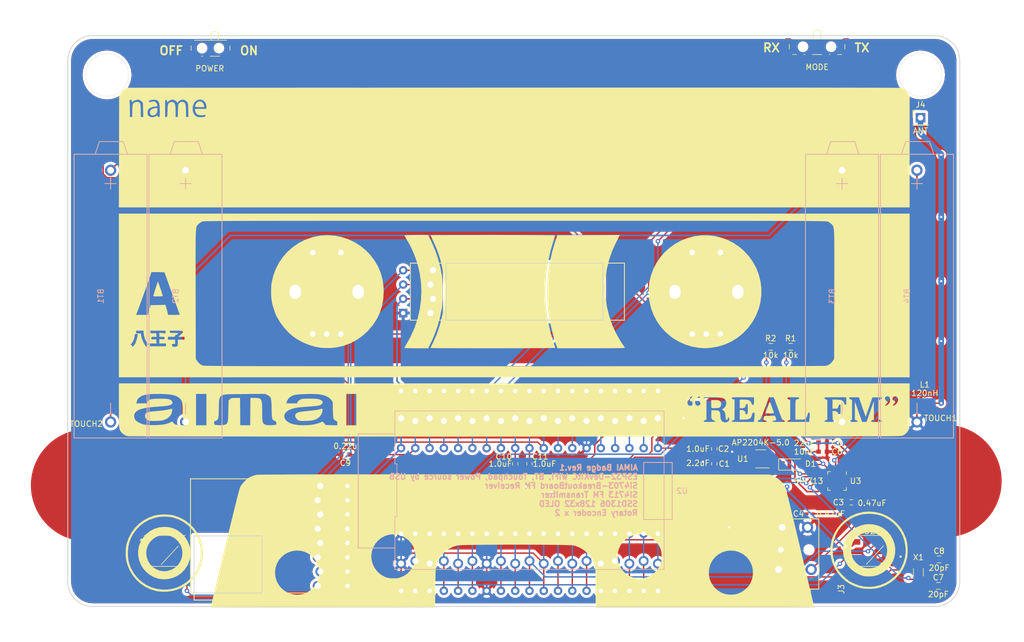
<source format=kicad_pcb>
(kicad_pcb (version 20171130) (host pcbnew "(5.1.0-0)")
  (layers (0 F.Cu signal) (31 B.Cu signal) (34 B.Paste user) (35 F.Paste user) (36 B.SilkS user) (37 F.SilkS user) (38 B.Mask user) (39 F.Mask user) (44 Edge.Cuts user))
  (net 0 "")
  (net 1 "Net-(BT1-Pad2)")
  (net 2 "Net-(BT1-Pad1)")
  (net 3 "Net-(BT2-Pad2)")
  (net 4 "Net-(BT3-Pad2)")
  (net 5 GND)
  (net 6 +5V)
  (net 7 VCC)
  (net 8 "Net-(C3-Pad2)")
  (net 9 "Net-(C4-Pad2)")
  (net 10 +3V3)
  (net 11 "Net-(C7-Pad1)")
  (net 12 "Net-(C8-Pad1)")
  (net 13 "Net-(C9-Pad1)")
  (net 14 TXRST)
  (net 15 "Net-(D1-Pad2)")
  (net 16 "Net-(D2-Pad2)")
  (net 17 LEDD)
  (net 18 SDA)
  (net 19 SCL)
  (net 20 RXRST)
  (net 21 "Net-(J2-Pad5)")
  (net 22 "Net-(J2-Pad8)")
  (net 23 "Net-(J2-Pad7)")
  (net 24 "Net-(J4-Pad1)")
  (net 25 "Net-(R2-Pad1)")
  (net 26 ENC1A)
  (net 27 ENC1B)
  (net 28 ENC1SW)
  (net 29 ENC2A)
  (net 30 ENC2B)
  (net 31 ENC2SW)
  (net 32 TXON)
  (net 33 RXON)
  (net 34 "Net-(U2-Pad3)")
  (net 35 "Net-(U2-Pad18)")
  (net 36 "Net-(U2-Pad4)")
  (net 37 "Net-(U2-Pad17)")
  (net 38 "Net-(U2-Pad5)")
  (net 39 "Net-(U2-Pad6)")
  (net 40 "Net-(U2-Pad16)")
  (net 41 "Net-(U2-Pad34)")
  (net 42 "Net-(U2-Pad35)")
  (net 43 "Net-(U2-Pad22)")
  (net 44 "Net-(U2-Pad23)")
  (net 45 "Net-(U2-Pad24)")
  (net 46 "Net-(U2-Pad25)")
  (net 47 "Net-(U2-Pad20)")
  (net 48 "Net-(U2-Pad21)")
  (net 49 "Net-(C10-Pad2)")
  (net 50 "Net-(C11-Pad2)")
  (net 51 L-OUT)
  (net 52 R-OUT)
  (net 53 "Net-(TOUCH1-Pad~)")
  (net 54 "Net-(TOUCH2-Pad~)")
  (module awia:SSD1306-128x32-Module (layer F.Cu) (at 111.76 102.71)
    (fp_text reference J1 (at 0 -3.81) (layer F.SilkS))
    (fp_text value OLED)
    (fp_line (start 15.24 -5.08) (end -12.7 -5.08) (layer Edge.Cuts) (width 0.12))
    (fp_line (start 15.24 5.08) (end 15.24 -5.08) (layer Edge.Cuts) (width 0.12))
    (fp_line (start -12.7 5.08) (end 15.24 5.08) (layer Edge.Cuts) (width 0.12))
    (fp_line (start -12.7 -5.08) (end -12.7 5.08) (layer Edge.Cuts) (width 0.12))
    (pad 1 thru_hole circle (at -15.4736 3.81) (size 1.7526 1.7526) (drill 1.0922) (layers *.Cu *.Mask) (net 5 GND))
    (pad 2 thru_hole circle (at -15.0064 1.27) (size 1.7526 1.7526) (drill 1.0922) (layers *.Cu *.Mask) (net 10 +3V3))
    (pad 4 thru_hole circle (at -15.0064 -3.81) (size 1.7526 1.7526) (drill 1.0922) (layers *.Cu *.Mask) (net 18 SDA))
    (pad 3 thru_hole circle (at -15.4736 -1.27) (size 1.7526 1.7526) (drill 1.0922) (layers *.Cu *.Mask) (net 19 SCL))
    (pad 1 smd rect (at -17.78 3.81) (size 1.5 1.5) (layers F.Cu F.Paste F.Mask) (net 5 GND))
    (pad 2 smd circle (at -17.78 1.27) (size 1.5 1.5) (layers F.Cu F.Paste F.Mask) (net 10 +3V3))
    (pad 4 smd circle (at -17.78 -3.81) (size 1.5 1.5) (layers F.Cu F.Paste F.Mask) (net 18 SDA))
    (pad 3 smd circle (at -17.78 -1.27) (size 1.5 1.5) (layers F.Cu F.Paste F.Mask) (net 19 SCL))
    (pad 4 thru_hole circle (at -20.32 -3.81) (size 1.5 1.5) (drill 0.8) (layers *.Cu *.Mask) (net 18 SDA))
    (pad 3 thru_hole circle (at -20.32 -1.27) (size 1.5 1.5) (drill 0.8) (layers *.Cu *.Mask) (net 19 SCL))
    (pad 2 thru_hole circle (at -20.32 1.27) (size 1.5 1.5) (drill 0.8) (layers *.Cu *.Mask) (net 10 +3V3))
    (pad 1 thru_hole rect (at -20.32 3.81) (size 1.5 1.5) (drill 0.8) (layers *.Cu *.Mask) (net 5 GND))
  )
  (module awia:Si4703-Module (layer F.Cu) (at 68.834 146.177 90)
    (fp_text reference J2 (at 0 5.08 90) (layer F.SilkS))
    (fp_text value RX_Board)
    (fp_line (start -10.16 -14.605) (end -10.16 -2.54) (layer Edge.Cuts) (width 0.12))
    (fp_line (start 0 -14.605) (end -10.16 -14.605) (layer Edge.Cuts) (width 0.12))
    (fp_line (start 0 -2.54) (end 0 -14.605) (layer Edge.Cuts) (width 0.12))
    (fp_line (start -10.16 -2.54) (end 0 -2.54) (layer Edge.Cuts) (width 0.12))
    (pad 6 smd circle (at -3.81 10.16 180) (size 1.5 1.5) (layers F.Cu F.Paste F.Mask) (net 20 RXRST))
    (pad 5 thru_hole circle (at -1.27 12.7 180) (size 1.5 1.5) (drill 0.8) (layers *.Cu *.Mask) (net 21 "Net-(J2-Pad5)"))
    (pad 8 thru_hole rect (at -8.89 12.7 180) (size 1.5 1.5) (drill 0.8) (layers *.Cu *.Mask) (net 22 "Net-(J2-Pad8)"))
    (pad 7 thru_hole circle (at -6.35 12.7 180) (size 1.5 1.5) (drill 0.8) (layers *.Cu *.Mask) (net 23 "Net-(J2-Pad7)"))
    (pad 5 smd circle (at -1.27 10.16 180) (size 1.5 1.5) (layers F.Cu F.Paste F.Mask) (net 21 "Net-(J2-Pad5)"))
    (pad 8 thru_hole circle (at -8.89 7.3864 180) (size 1.7526 1.7526) (drill 1.0922) (layers *.Cu *.Mask) (net 22 "Net-(J2-Pad8)"))
    (pad 7 thru_hole circle (at -6.35 7.8536 180) (size 1.7526 1.7526) (drill 1.0922) (layers *.Cu *.Mask) (net 23 "Net-(J2-Pad7)"))
    (pad 7 smd circle (at -6.35 10.16 180) (size 1.5 1.5) (layers F.Cu F.Paste F.Mask) (net 23 "Net-(J2-Pad7)"))
    (pad 5 thru_hole circle (at -1.27 7.8536 180) (size 1.7526 1.7526) (drill 1.0922) (layers *.Cu *.Mask) (net 21 "Net-(J2-Pad5)"))
    (pad 8 smd rect (at -8.89 10.16 180) (size 1.5 1.5) (layers F.Cu F.Paste F.Mask) (net 22 "Net-(J2-Pad8)"))
    (pad 6 thru_hole circle (at -3.81 12.7 180) (size 1.5 1.5) (drill 0.8) (layers *.Cu *.Mask) (net 20 RXRST))
    (pad 6 thru_hole circle (at -3.81 7.3864 180) (size 1.7526 1.7526) (drill 1.0922) (layers *.Cu *.Mask) (net 20 RXRST))
    (pad 3 smd circle (at 3.81 10.16 180) (size 1.5 1.5) (layers F.Cu F.Paste F.Mask) (net 18 SDA))
    (pad 3 thru_hole circle (at 3.81 7.8536 180) (size 1.7526 1.7526) (drill 1.0922) (layers *.Cu *.Mask) (net 18 SDA))
    (pad 4 thru_hole circle (at 1.27 7.3864 180) (size 1.7526 1.7526) (drill 1.0922) (layers *.Cu *.Mask) (net 19 SCL))
    (pad 3 thru_hole circle (at 3.81 12.7 180) (size 1.5 1.5) (drill 0.8) (layers *.Cu *.Mask) (net 18 SDA))
    (pad 2 thru_hole circle (at 6.35 7.3864 180) (size 1.7526 1.7526) (drill 1.0922) (layers *.Cu *.Mask) (net 5 GND))
    (pad 2 smd circle (at 6.35 10.16 180) (size 1.5 1.5) (layers F.Cu F.Paste F.Mask) (net 5 GND))
    (pad 4 smd circle (at 1.27 10.16 180) (size 1.5 1.5) (layers F.Cu F.Paste F.Mask) (net 19 SCL))
    (pad 2 thru_hole circle (at 6.35 12.7 180) (size 1.5 1.5) (drill 0.8) (layers *.Cu *.Mask) (net 5 GND))
    (pad 1 thru_hole circle (at 8.89 7.8536 180) (size 1.7526 1.7526) (drill 1.0922) (layers *.Cu *.Mask) (net 10 +3V3))
    (pad 1 thru_hole circle (at 8.89 12.7 180) (size 1.5 1.5) (drill 0.8) (layers *.Cu *.Mask) (net 10 +3V3))
    (pad 1 smd circle (at 8.89 10.16 180) (size 1.5 1.5) (layers F.Cu F.Paste F.Mask) (net 10 +3V3))
    (pad 4 thru_hole circle (at 1.27 12.7 180) (size 1.5 1.5) (drill 0.8) (layers *.Cu *.Mask) (net 19 SCL))
  )
  (module awia:awia_silk (layer F.Cu) (at 111.633 108.204)
    (fp_text reference G1 hide)
    (fp_text value LOGO hide)
  )
  (module awia:awia_silk_back (layer B.Cu) (at 112.903 103.505 180)
    (fp_text reference G2 hide)
    (fp_text value LOGO hide)
  )
  (module Capacitors_SMD:C_0402 (layer F.Cu) (at 113.919 133.35 270)
    (fp_text reference C11 (at -1.27 -1.905) (layer F.SilkS))
    (fp_text value 1.0uF (at 0 -2.667) (layer F.SilkS))
    (pad 1 smd rect (at -0.55 0 270) (size 0.6 0.5) (layers F.Cu F.Paste F.Mask) (net 52 R-OUT))
    (pad 2 smd rect (at 0.55 0 270) (size 0.6 0.5) (layers F.Cu F.Paste F.Mask) (net 50 "Net-(C11-Pad2)"))
  )
  (module Capacitors_SMD:C_0402 (layer F.Cu) (at 111.379 133.35 270)
    (fp_text reference C10 (at -1.27 2.032) (layer F.SilkS))
    (fp_text value 1.0uF (at 0 2.667) (layer F.SilkS))
    (pad 1 smd rect (at -0.55 0 270) (size 0.6 0.5) (layers F.Cu F.Paste F.Mask) (net 51 L-OUT))
    (pad 2 smd rect (at 0.55 0 270) (size 0.6 0.5) (layers F.Cu F.Paste F.Mask) (net 49 "Net-(C10-Pad2)"))
  )
  (module Capacitors_SMD:C_0402 (layer F.Cu) (at 146.812 130.683 270)
    (fp_text reference C2 (at 0 -1.651) (layer F.SilkS))
    (fp_text value 1.0uF (at 0 2.921) (layer F.SilkS))
    (pad 1 smd rect (at -0.55 0 270) (size 0.6 0.5) (layers F.Cu F.Paste F.Mask) (net 7 VCC))
    (pad 2 smd rect (at 0.55 0 270) (size 0.6 0.5) (layers F.Cu F.Paste F.Mask) (net 5 GND))
  )
  (module awia:touchpad (layer F.Cu) (at 187.96 136.398)
    (fp_text reference TOUCH1 (at -0.889 -11.176) (layer F.SilkS))
    (fp_text value touchpad)
    (pad ~ connect circle (at 0 0 90) (size 20 20) (layers F.Cu F.Mask) (net 53 "Net-(TOUCH1-Pad~)"))
  )
  (module awia:touchpad (layer F.Cu) (at 35.179 137.16)
    (fp_text reference TOUCH2 (at -0.127 -10.922) (layer F.SilkS))
    (fp_text value touchpad)
    (pad ~ connect circle (at 0 0 90) (size 20 20) (layers F.Cu F.Mask) (net 54 "Net-(TOUCH2-Pad~)"))
  )
  (module TO_SOT_Packages_SMD:SOT-23-5 (layer F.Cu) (at 155.067 132.461 180)
    (fp_text reference U1 (at 3.175 0 180) (layer F.SilkS))
    (fp_text value AP2204K-5.0 (at 0 2.9 180) (layer F.SilkS))
    (pad 1 smd rect (at -1.1 -0.95 180) (size 1.06 0.65) (layers F.Cu F.Paste F.Mask) (net 7 VCC))
    (pad 2 smd rect (at -1.1 0 180) (size 1.06 0.65) (layers F.Cu F.Paste F.Mask) (net 5 GND))
    (pad 3 smd rect (at -1.1 0.95 180) (size 1.06 0.65) (layers F.Cu F.Paste F.Mask) (net 7 VCC))
    (pad 4 smd rect (at 1.1 0.95 180) (size 1.06 0.65) (layers F.Cu F.Paste F.Mask))
    (pad 5 smd rect (at 1.1 -0.95 180) (size 1.06 0.65) (layers F.Cu F.Paste F.Mask) (net 6 +5V))
  )
  (module Crystals:Crystal_SMD_3215-2pin_3.2x1.5mm (layer F.Cu) (at 183.134 152.654 270)
    (fp_text reference X1 (at -2.667 0) (layer F.SilkS))
    (fp_text value 32.768K)
    (pad 1 smd rect (at 1.25 0 270) (size 1 1.8) (layers F.Cu F.Paste F.Mask) (net 11 "Net-(C7-Pad1)"))
    (pad 2 smd rect (at -1.25 0 270) (size 1 1.8) (layers F.Cu F.Paste F.Mask) (net 12 "Net-(C8-Pad1)"))
  )
  (module Housings_DFN_QFN:SiliconLabs_QFN-20-1EP_3x3mm_Pitch0.5mm (layer F.Cu) (at 168.656 136.398 270)
    (fp_text reference U3 (at 0 -3.302) (layer F.SilkS))
    (fp_text value Si4713 (at 0 5.08 180) (layer F.SilkS))
    (pad 1 smd rect (at -1.25 -1.25 270) (size 0.3 0.3) (layers F.Cu F.Paste F.Mask))
    (pad 2 smd rect (at -1.55 -0.75 270) (size 0.9 0.3) (layers F.Cu F.Paste F.Mask))
    (pad 3 smd rect (at -1.55 -0.25 270) (size 0.9 0.3) (layers F.Cu F.Paste F.Mask) (net 5 GND))
    (pad 4 smd rect (at -1.55 0.25 270) (size 0.9 0.3) (layers F.Cu F.Paste F.Mask) (net 24 "Net-(J4-Pad1)"))
    (pad 5 smd rect (at -1.55 0.75 270) (size 0.9 0.3) (layers F.Cu F.Paste F.Mask) (net 15 "Net-(D1-Pad2)"))
    (pad 6 smd rect (at -1.25 1.25 270) (size 0.3 0.3) (layers F.Cu F.Paste F.Mask) (net 25 "Net-(R2-Pad1)"))
    (pad 7 smd rect (at -0.75 1.55) (size 0.9 0.3) (layers F.Cu F.Paste F.Mask) (net 19 SCL))
    (pad 8 smd rect (at -0.25 1.55) (size 0.9 0.3) (layers F.Cu F.Paste F.Mask) (net 18 SDA))
    (pad 9 smd rect (at 0.25 1.55) (size 0.9 0.3) (layers F.Cu F.Paste F.Mask) (net 11 "Net-(C7-Pad1)"))
    (pad 10 smd rect (at 0.75 1.55) (size 0.9 0.3) (layers F.Cu F.Paste F.Mask) (net 10 +3V3))
    (pad 11 smd rect (at 1.25 1.25 270) (size 0.3 0.3) (layers F.Cu F.Paste F.Mask) (net 10 +3V3))
    (pad 12 smd rect (at 1.55 0.75 270) (size 0.9 0.3) (layers F.Cu F.Paste F.Mask) (net 5 GND))
    (pad 13 smd rect (at 1.55 0.25 270) (size 0.9 0.3) (layers F.Cu F.Paste F.Mask) (net 5 GND))
    (pad 14 smd rect (at 1.55 -0.25 270) (size 0.9 0.3) (layers F.Cu F.Paste F.Mask) (net 5 GND))
    (pad 15 smd rect (at 1.55 -0.75 270) (size 0.9 0.3) (layers F.Cu F.Paste F.Mask) (net 9 "Net-(C4-Pad2)"))
    (pad 16 smd rect (at 1.25 -1.25 270) (size 0.3 0.3) (layers F.Cu F.Paste F.Mask) (net 8 "Net-(C3-Pad2)"))
    (pad 17 smd rect (at 0.75 -1.55) (size 0.9 0.3) (layers F.Cu F.Paste F.Mask) (net 12 "Net-(C8-Pad1)"))
    (pad 18 smd rect (at 0.25 -1.55) (size 0.9 0.3) (layers F.Cu F.Paste F.Mask) (net 5 GND))
    (pad 19 smd rect (at -0.25 -1.55) (size 0.9 0.3) (layers F.Cu F.Paste F.Mask) (net 10 +3V3))
    (pad 20 smd rect (at -0.75 -1.55) (size 0.9 0.3) (layers F.Cu F.Paste F.Mask))
    (pad 21 smd rect (at 0 0 270) (size 1.8 1.8) (layers F.Cu F.Mask))
  )
  (module awia:ESP32-DevKitC (layer B.Cu) (at 113.538 138.049 270)
    (fp_text reference U2 (at 0.127 -27.559 180) (layer B.SilkS) (effects (justify mirror)))
    (fp_text value ESP32-DevKitC)
    (pad 3 thru_hole circle (at -7.493 17.399 270) (size 1.5 1.5) (drill 0.8) (layers *.Cu *.Mask) (net 34 "Net-(U2-Pad3)"))
    (pad 13 thru_hole circle (at -7.493 -8.001 270) (size 1.5 1.5) (drill 0.8) (layers *.Cu *.Mask) (net 29 ENC2A))
    (pad 7 thru_hole circle (at -7.493 7.239 270) (size 1.5 1.5) (drill 0.8) (layers *.Cu *.Mask) (net 32 TXON))
    (pad 14 thru_hole circle (at -7.493 -10.541 270) (size 1.5 1.5) (drill 0.8) (layers *.Cu *.Mask) (net 5 GND))
    (pad 2 thru_hole circle (at -7.493 19.939 270) (size 1.5 1.5) (drill 0.8) (layers *.Cu *.Mask) (net 13 "Net-(C9-Pad1)"))
    (pad 11 thru_hole circle (at -7.493 -2.921 270) (size 1.5 1.5) (drill 0.8) (layers *.Cu *.Mask) (net 54 "Net-(TOUCH2-Pad~)"))
    (pad 19 thru_hole circle (at -7.493 -23.241 270) (size 1.5 1.5) (drill 0.8) (layers *.Cu *.Mask) (net 7 VCC))
    (pad 15 thru_hole circle (at -7.493 -13.081 270) (size 1.5 1.5) (drill 0.8) (layers *.Cu *.Mask) (net 30 ENC2B))
    (pad 18 thru_hole circle (at -7.493 -20.701 270) (size 1.5 1.5) (drill 0.8) (layers *.Cu *.Mask) (net 35 "Net-(U2-Pad18)"))
    (pad 1 thru_hole circle (at -7.493 22.479 270) (size 1.5 1.5) (drill 0.8) (layers *.Cu *.Mask) (net 10 +3V3))
    (pad 4 thru_hole circle (at -7.493 14.859 270) (size 1.5 1.5) (drill 0.8) (layers *.Cu *.Mask) (net 36 "Net-(U2-Pad4)"))
    (pad 17 thru_hole circle (at -7.493 -18.161 270) (size 1.5 1.5) (drill 0.8) (layers *.Cu *.Mask) (net 37 "Net-(U2-Pad17)"))
    (pad 8 thru_hole circle (at -7.493 4.699 270) (size 1.5 1.5) (drill 0.8) (layers *.Cu *.Mask) (net 33 RXON))
    (pad 5 thru_hole circle (at -7.493 12.319 270) (size 1.5 1.5) (drill 0.8) (layers *.Cu *.Mask) (net 38 "Net-(U2-Pad5)"))
    (pad 12 thru_hole circle (at -7.493 -5.461 270) (size 1.5 1.5) (drill 0.8) (layers *.Cu *.Mask) (net 31 ENC2SW))
    (pad 10 thru_hole circle (at -7.493 -0.381 270) (size 1.5 1.5) (drill 0.8) (layers *.Cu *.Mask) (net 52 R-OUT))
    (pad 9 thru_hole circle (at -7.493 2.159 270) (size 1.5 1.5) (drill 0.8) (layers *.Cu *.Mask) (net 51 L-OUT))
    (pad 6 thru_hole circle (at -7.493 9.779 270) (size 1.5 1.5) (drill 0.8) (layers *.Cu *.Mask) (net 39 "Net-(U2-Pad6)"))
    (pad 16 thru_hole circle (at -7.493 -15.621 270) (size 1.5 1.5) (drill 0.8) (layers *.Cu *.Mask) (net 40 "Net-(U2-Pad16)"))
    (pad 27 thru_hole circle (at 17.907 -5.461 270) (size 1.5 1.5) (drill 0.8) (layers *.Cu *.Mask) (net 14 TXRST))
    (pad 29 thru_hole circle (at 17.907 -0.381 270) (size 1.5 1.5) (drill 0.8) (layers *.Cu *.Mask) (net 17 LEDD))
    (pad 31 thru_hole circle (at 17.907 4.699 270) (size 1.5 1.5) (drill 0.8) (layers *.Cu *.Mask) (net 27 ENC1B))
    (pad 32 thru_hole circle (at 17.907 7.239 270) (size 1.5 1.5) (drill 0.8) (layers *.Cu *.Mask) (net 5 GND))
    (pad 33 thru_hole circle (at 17.907 9.779 270) (size 1.5 1.5) (drill 0.8) (layers *.Cu *.Mask) (net 18 SDA))
    (pad 34 thru_hole circle (at 17.907 12.319 270) (size 1.5 1.5) (drill 0.8) (layers *.Cu *.Mask) (net 41 "Net-(U2-Pad34)"))
    (pad 35 thru_hole circle (at 17.907 14.859 270) (size 1.5 1.5) (drill 0.8) (layers *.Cu *.Mask) (net 42 "Net-(U2-Pad35)"))
    (pad 22 thru_hole circle (at 17.907 -18.161 270) (size 1.5 1.5) (drill 0.8) (layers *.Cu *.Mask) (net 43 "Net-(U2-Pad22)"))
    (pad 23 thru_hole circle (at 17.907 -15.621 270) (size 1.5 1.5) (drill 0.8) (layers *.Cu *.Mask) (net 44 "Net-(U2-Pad23)"))
    (pad 24 thru_hole circle (at 17.907 -13.081 270) (size 1.5 1.5) (drill 0.8) (layers *.Cu *.Mask) (net 45 "Net-(U2-Pad24)"))
    (pad 25 thru_hole circle (at 17.907 -10.541 270) (size 1.5 1.5) (drill 0.8) (layers *.Cu *.Mask) (net 46 "Net-(U2-Pad25)"))
    (pad 26 thru_hole circle (at 17.907 -8.001 270) (size 1.5 1.5) (drill 0.8) (layers *.Cu *.Mask) (net 53 "Net-(TOUCH1-Pad~)"))
    (pad 28 thru_hole circle (at 17.907 -2.921 270) (size 1.5 1.5) (drill 0.8) (layers *.Cu *.Mask) (net 20 RXRST))
    (pad 30 thru_hole circle (at 17.907 2.159 270) (size 1.5 1.5) (drill 0.8) (layers *.Cu *.Mask) (net 26 ENC1A))
    (pad 20 thru_hole circle (at 17.907 -23.241 270) (size 1.5 1.5) (drill 0.8) (layers *.Cu *.Mask) (net 47 "Net-(U2-Pad20)"))
    (pad 21 thru_hole circle (at 17.907 -20.701 270) (size 1.5 1.5) (drill 0.8) (layers *.Cu *.Mask) (net 48 "Net-(U2-Pad21)"))
    (pad 36 thru_hole circle (at 17.907 17.399 270) (size 1.5 1.5) (drill 0.8) (layers *.Cu *.Mask) (net 19 SCL))
    (pad 37 thru_hole circle (at 17.907 19.939 270) (size 1.5 1.5) (drill 0.8) (layers *.Cu *.Mask) (net 28 ENC1SW))
    (pad 38 thru_hole circle (at 17.907 22.479 270) (size 1.5 1.5) (drill 0.8) (layers *.Cu *.Mask) (net 5 GND))
    (pad 27 thru_hole circle (at 7.747 -5.461 270) (size 1.5 1.5) (drill 0.8) (layers *.Cu *.Mask) (net 14 TXRST))
    (pad 29 thru_hole circle (at 7.747 -0.381 270) (size 1.5 1.5) (drill 0.8) (layers *.Cu *.Mask) (net 17 LEDD))
    (pad 31 thru_hole circle (at 7.747 4.699 270) (size 1.5 1.5) (drill 0.8) (layers *.Cu *.Mask) (net 27 ENC1B))
    (pad 32 thru_hole circle (at 7.747 7.239 270) (size 1.5 1.5) (drill 0.8) (layers *.Cu *.Mask) (net 5 GND))
    (pad 33 thru_hole circle (at 7.747 9.779 270) (size 1.5 1.5) (drill 0.8) (layers *.Cu *.Mask) (net 18 SDA))
    (pad 34 thru_hole circle (at 7.747 12.319 270) (size 1.5 1.5) (drill 0.8) (layers *.Cu *.Mask) (net 41 "Net-(U2-Pad34)"))
    (pad 35 thru_hole circle (at 7.747 14.859 270) (size 1.5 1.5) (drill 0.8) (layers *.Cu *.Mask) (net 42 "Net-(U2-Pad35)"))
    (pad 22 thru_hole circle (at 7.747 -18.161 270) (size 1.5 1.5) (drill 0.8) (layers *.Cu *.Mask) (net 43 "Net-(U2-Pad22)"))
    (pad 23 thru_hole circle (at 7.747 -15.621 270) (size 1.5 1.5) (drill 0.8) (layers *.Cu *.Mask) (net 44 "Net-(U2-Pad23)"))
    (pad 24 thru_hole circle (at 7.747 -13.081 270) (size 1.5 1.5) (drill 0.8) (layers *.Cu *.Mask) (net 45 "Net-(U2-Pad24)"))
    (pad 25 thru_hole circle (at 7.747 -10.541 270) (size 1.5 1.5) (drill 0.8) (layers *.Cu *.Mask) (net 46 "Net-(U2-Pad25)"))
    (pad 26 thru_hole circle (at 7.747 -8.001 270) (size 1.5 1.5) (drill 0.8) (layers *.Cu *.Mask) (net 53 "Net-(TOUCH1-Pad~)"))
    (pad 28 thru_hole circle (at 7.747 -2.921 270) (size 1.5 1.5) (drill 0.8) (layers *.Cu *.Mask) (net 20 RXRST))
    (pad 30 thru_hole circle (at 7.747 2.159 270) (size 1.5 1.5) (drill 0.8) (layers *.Cu *.Mask) (net 26 ENC1A))
    (pad 20 thru_hole circle (at 7.747 -23.241 270) (size 1.5 1.5) (drill 0.8) (layers *.Cu *.Mask) (net 47 "Net-(U2-Pad20)"))
    (pad 21 thru_hole circle (at 7.747 -20.701 270) (size 1.5 1.5) (drill 0.8) (layers *.Cu *.Mask) (net 48 "Net-(U2-Pad21)"))
    (pad 36 thru_hole circle (at 7.747 17.399 270) (size 1.5 1.5) (drill 0.8) (layers *.Cu *.Mask) (net 19 SCL))
    (pad 37 thru_hole circle (at 7.747 19.939 270) (size 1.5 1.5) (drill 0.8) (layers *.Cu *.Mask) (net 28 ENC1SW))
    (pad 38 thru_hole circle (at 7.747 22.479 270) (size 1.5 1.5) (drill 0.8) (layers *.Cu *.Mask) (net 5 GND))
    (pad 18 thru_hole circle (at -17.653 -20.701 270) (size 1.5 1.5) (drill 0.8) (layers *.Cu *.Mask) (net 35 "Net-(U2-Pad18)"))
    (pad 19 thru_hole circle (at -17.653 -23.241 270) (size 1.5 1.5) (drill 0.8) (layers *.Cu *.Mask) (net 7 VCC))
    (pad 1 thru_hole circle (at -17.653 22.479 270) (size 1.5 1.5) (drill 0.8) (layers *.Cu *.Mask) (net 10 +3V3))
    (pad 2 thru_hole circle (at -17.653 19.939 270) (size 1.5 1.5) (drill 0.8) (layers *.Cu *.Mask) (net 13 "Net-(C9-Pad1)"))
    (pad 3 thru_hole circle (at -17.653 17.399 270) (size 1.5 1.5) (drill 0.8) (layers *.Cu *.Mask) (net 34 "Net-(U2-Pad3)"))
    (pad 4 thru_hole circle (at -17.653 14.859 270) (size 1.5 1.5) (drill 0.8) (layers *.Cu *.Mask) (net 36 "Net-(U2-Pad4)"))
    (pad 5 thru_hole circle (at -17.653 12.319 270) (size 1.5 1.5) (drill 0.8) (layers *.Cu *.Mask) (net 38 "Net-(U2-Pad5)"))
    (pad 6 thru_hole circle (at -17.653 9.779 270) (size 1.5 1.5) (drill 0.8) (layers *.Cu *.Mask) (net 39 "Net-(U2-Pad6)"))
    (pad 7 thru_hole circle (at -17.653 7.239 270) (size 1.5 1.5) (drill 0.8) (layers *.Cu *.Mask) (net 32 TXON))
    (pad 8 thru_hole circle (at -17.653 4.699 270) (size 1.5 1.5) (drill 0.8) (layers *.Cu *.Mask) (net 33 RXON))
    (pad 9 thru_hole circle (at -17.653 2.159 270) (size 1.5 1.5) (drill 0.8) (layers *.Cu *.Mask) (net 51 L-OUT))
    (pad 10 thru_hole circle (at -17.653 -0.381 270) (size 1.5 1.5) (drill 0.8) (layers *.Cu *.Mask) (net 52 R-OUT))
    (pad 11 thru_hole circle (at -17.653 -2.921 270) (size 1.5 1.5) (drill 0.8) (layers *.Cu *.Mask) (net 54 "Net-(TOUCH2-Pad~)"))
    (pad 12 thru_hole circle (at -17.653 -5.461 270) (size 1.5 1.5) (drill 0.8) (layers *.Cu *.Mask) (net 31 ENC2SW))
    (pad 13 thru_hole circle (at -17.653 -8.001 270) (size 1.5 1.5) (drill 0.8) (layers *.Cu *.Mask) (net 29 ENC2A))
    (pad 14 thru_hole circle (at -17.653 -10.541 270) (size 1.5 1.5) (drill 0.8) (layers *.Cu *.Mask) (net 5 GND))
    (pad 15 thru_hole circle (at -17.653 -13.081 270) (size 1.5 1.5) (drill 0.8) (layers *.Cu *.Mask) (net 30 ENC2B))
    (pad 16 thru_hole circle (at -17.653 -15.621 270) (size 1.5 1.5) (drill 0.8) (layers *.Cu *.Mask) (net 40 "Net-(U2-Pad16)"))
    (pad 17 thru_hole circle (at -17.653 -18.161 270) (size 1.5 1.5) (drill 0.8) (layers *.Cu *.Mask) (net 37 "Net-(U2-Pad17)"))
    (pad 1 thru_hole circle (at -12.8066 22.479 270) (size 1.7526 1.7526) (drill 1.0922) (layers *.Cu *.Mask) (net 10 +3V3))
    (pad 2 thru_hole circle (at -12.3394 19.939 270) (size 1.7526 1.7526) (drill 1.0922) (layers *.Cu *.Mask) (net 13 "Net-(C9-Pad1)"))
    (pad 3 thru_hole circle (at -12.8066 17.399 270) (size 1.7526 1.7526) (drill 1.0922) (layers *.Cu *.Mask) (net 34 "Net-(U2-Pad3)"))
    (pad 4 thru_hole circle (at -12.3394 14.859 270) (size 1.7526 1.7526) (drill 1.0922) (layers *.Cu *.Mask) (net 36 "Net-(U2-Pad4)"))
    (pad 5 thru_hole circle (at -12.8066 12.319 270) (size 1.7526 1.7526) (drill 1.0922) (layers *.Cu *.Mask) (net 38 "Net-(U2-Pad5)"))
    (pad 6 thru_hole circle (at -12.3394 9.779 270) (size 1.7526 1.7526) (drill 1.0922) (layers *.Cu *.Mask) (net 39 "Net-(U2-Pad6)"))
    (pad 7 thru_hole circle (at -12.8066 7.239 270) (size 1.7526 1.7526) (drill 1.0922) (layers *.Cu *.Mask) (net 32 TXON))
    (pad 8 thru_hole circle (at -12.3394 4.699 270) (size 1.7526 1.7526) (drill 1.0922) (layers *.Cu *.Mask) (net 33 RXON))
    (pad 9 thru_hole circle (at -12.8066 2.159 270) (size 1.7526 1.7526) (drill 1.0922) (layers *.Cu *.Mask) (net 51 L-OUT))
    (pad 10 thru_hole circle (at -12.3394 -0.381 270) (size 1.7526 1.7526) (drill 1.0922) (layers *.Cu *.Mask) (net 52 R-OUT))
    (pad 11 thru_hole circle (at -12.8066 -2.921 270) (size 1.7526 1.7526) (drill 1.0922) (layers *.Cu *.Mask) (net 54 "Net-(TOUCH2-Pad~)"))
    (pad 12 thru_hole circle (at -12.3394 -5.461 270) (size 1.7526 1.7526) (drill 1.0922) (layers *.Cu *.Mask) (net 31 ENC2SW))
    (pad 13 thru_hole circle (at -12.8066 -8.001 270) (size 1.7526 1.7526) (drill 1.0922) (layers *.Cu *.Mask) (net 29 ENC2A))
    (pad 14 thru_hole circle (at -12.3394 -10.541 270) (size 1.7526 1.7526) (drill 1.0922) (layers *.Cu *.Mask) (net 5 GND))
    (pad 15 thru_hole circle (at -12.8066 -13.081 270) (size 1.7526 1.7526) (drill 1.0922) (layers *.Cu *.Mask) (net 30 ENC2B))
    (pad 16 thru_hole circle (at -12.3394 -15.621 270) (size 1.7526 1.7526) (drill 1.0922) (layers *.Cu *.Mask) (net 40 "Net-(U2-Pad16)"))
    (pad 17 thru_hole circle (at -12.8066 -18.161 270) (size 1.7526 1.7526) (drill 1.0922) (layers *.Cu *.Mask) (net 37 "Net-(U2-Pad17)"))
    (pad 18 thru_hole circle (at -12.3394 -20.701 270) (size 1.7526 1.7526) (drill 1.0922) (layers *.Cu *.Mask) (net 35 "Net-(U2-Pad18)"))
    (pad 19 thru_hole circle (at -12.8066 -23.241 270) (size 1.7526 1.7526) (drill 1.0922) (layers *.Cu *.Mask) (net 7 VCC))
    (pad 38 thru_hole circle (at 13.0606 22.479 270) (size 1.7526 1.7526) (drill 1.0922) (layers *.Cu *.Mask) (net 5 GND))
    (pad 37 thru_hole circle (at 12.5934 19.939 270) (size 1.7526 1.7526) (drill 1.0922) (layers *.Cu *.Mask) (net 28 ENC1SW))
    (pad 36 thru_hole circle (at 13.0606 17.399 270) (size 1.7526 1.7526) (drill 1.0922) (layers *.Cu *.Mask) (net 19 SCL))
    (pad 35 thru_hole circle (at 12.5934 14.859 270) (size 1.7526 1.7526) (drill 1.0922) (layers *.Cu *.Mask) (net 42 "Net-(U2-Pad35)"))
    (pad 34 thru_hole circle (at 13.0606 12.319 270) (size 1.7526 1.7526) (drill 1.0922) (layers *.Cu *.Mask) (net 41 "Net-(U2-Pad34)"))
    (pad 33 thru_hole circle (at 12.5934 9.779 270) (size 1.7526 1.7526) (drill 1.0922) (layers *.Cu *.Mask) (net 18 SDA))
    (pad 32 thru_hole circle (at 13.0606 7.239 270) (size 1.7526 1.7526) (drill 1.0922) (layers *.Cu *.Mask) (net 5 GND))
    (pad 31 thru_hole circle (at 12.5934 4.699 270) (size 1.7526 1.7526) (drill 1.0922) (layers *.Cu *.Mask) (net 27 ENC1B))
    (pad 30 thru_hole circle (at 13.0606 2.159 270) (size 1.7526 1.7526) (drill 1.0922) (layers *.Cu *.Mask) (net 26 ENC1A))
    (pad 28 thru_hole circle (at 13.0606 -2.921 270) (size 1.7526 1.7526) (drill 1.0922) (layers *.Cu *.Mask) (net 20 RXRST))
    (pad 29 thru_hole circle (at 12.5934 -0.381 270) (size 1.7526 1.7526) (drill 1.0922) (layers *.Cu *.Mask) (net 17 LEDD))
    (pad 27 thru_hole circle (at 12.5934 -5.461 270) (size 1.7526 1.7526) (drill 1.0922) (layers *.Cu *.Mask) (net 14 TXRST))
    (pad 26 thru_hole circle (at 13.0606 -8.001 270) (size 1.7526 1.7526) (drill 1.0922) (layers *.Cu *.Mask) (net 53 "Net-(TOUCH1-Pad~)"))
    (pad 25 thru_hole circle (at 12.5934 -10.541 270) (size 1.7526 1.7526) (drill 1.0922) (layers *.Cu *.Mask) (net 46 "Net-(U2-Pad25)"))
    (pad 24 thru_hole circle (at 13.0606 -13.081 270) (size 1.7526 1.7526) (drill 1.0922) (layers *.Cu *.Mask) (net 45 "Net-(U2-Pad24)"))
    (pad 23 thru_hole circle (at 12.5934 -15.621 270) (size 1.7526 1.7526) (drill 1.0922) (layers *.Cu *.Mask) (net 44 "Net-(U2-Pad23)"))
    (pad 22 thru_hole circle (at 13.0606 -18.161 270) (size 1.7526 1.7526) (drill 1.0922) (layers *.Cu *.Mask) (net 43 "Net-(U2-Pad22)"))
    (pad 21 thru_hole circle (at 12.5934 -20.701 270) (size 1.7526 1.7526) (drill 1.0922) (layers *.Cu *.Mask) (net 48 "Net-(U2-Pad21)"))
    (pad 20 thru_hole circle (at 13.0606 -23.241 270) (size 1.7526 1.7526) (drill 1.0922) (layers *.Cu *.Mask) (net 47 "Net-(U2-Pad20)"))
  )
  (module Buttons_Switches_SMD:SW_SP3T_PCM13 (layer F.Cu) (at 165.1 59.436 180)
    (fp_text reference SW4 hide)
    (fp_text value MODE (at 0 -3.302 180) (layer F.SilkS))
    (pad "" np_thru_hole circle (at -2.5 0.33 180) (size 0.9 0.9) (drill 0.9) (layers *.Cu *.Mask))
    (pad "" np_thru_hole circle (at 2.5 0.33 180) (size 0.9 0.9) (drill 0.9) (layers *.Cu *.Mask))
    (pad 1 smd rect (at -3 -1.43 180) (size 0.7 1.5) (layers F.Cu F.Paste F.Mask) (net 32 TXON))
    (pad 2 smd rect (at -1.5 -1.43 180) (size 0.7 1.5) (layers F.Cu F.Paste F.Mask))
    (pad 3 smd rect (at 1.5 -1.43 180) (size 0.7 1.5) (layers F.Cu F.Paste F.Mask) (net 5 GND))
    (pad 4 smd rect (at 3 -1.43 180) (size 0.7 1.5) (layers F.Cu F.Paste F.Mask) (net 33 RXON))
    (pad "" smd rect (at -5.15 1.43 180) (size 1 0.8) (layers F.Cu F.Paste F.Mask))
    (pad "" smd rect (at 5.15 1.43 180) (size 1 0.8) (layers F.Cu F.Paste F.Mask))
    (pad "" smd rect (at 5.15 -0.78 180) (size 1 0.8) (layers F.Cu F.Paste F.Mask))
    (pad "" smd rect (at -5.15 -0.78 180) (size 1 0.8) (layers F.Cu F.Paste F.Mask))
  )
  (module Rotary_Encoder:RotaryEncoder_Alps_EC12E-Switch_Vertical_H20mm (layer F.Cu) (at 75.339 110.243 90)
    (fp_text reference SW3 (at 2.8 -4.7 90) (layer F.SilkS))
    (fp_text value Rotary_Encoder_Switch)
    (pad A thru_hole rect (at 0 0 90) (size 2 2) (drill 1) (layers *.Cu *.Mask) (net 29 ENC2A))
    (pad C thru_hole circle (at 0 2.5 90) (size 2 2) (drill 1) (layers *.Cu *.Mask) (net 5 GND))
    (pad B thru_hole circle (at 0 5 90) (size 2 2) (drill 1) (layers *.Cu *.Mask) (net 30 ENC2B))
    (pad MP thru_hole rect (at 7.5 -3.1 90) (size 3 2.5) (drill oval 2.5 2) (layers *.Cu *.Mask))
    (pad MP thru_hole rect (at 7.5 8.1 90) (size 3 2.5) (drill oval 2.5 2) (layers *.Cu *.Mask))
    (pad S1 thru_hole circle (at 14.5 0 90) (size 2 2) (drill 1) (layers *.Cu *.Mask) (net 31 ENC2SW))
    (pad S2 thru_hole circle (at 14.5 5 90) (size 2 2) (drill 1) (layers *.Cu *.Mask) (net 5 GND))
  )
  (module Rotary_Encoder:RotaryEncoder_Alps_EC12E-Switch_Vertical_H20mm (layer F.Cu) (at 142.903 110.243 90)
    (fp_text reference SW2 (at 2.8 -4.7 90) (layer F.SilkS))
    (fp_text value Rotary_Encoder_Switch)
    (pad A thru_hole rect (at 0 0 90) (size 2 2) (drill 1) (layers *.Cu *.Mask) (net 26 ENC1A))
    (pad C thru_hole circle (at 0 2.5 90) (size 2 2) (drill 1) (layers *.Cu *.Mask) (net 5 GND))
    (pad B thru_hole circle (at 0 5 90) (size 2 2) (drill 1) (layers *.Cu *.Mask) (net 27 ENC1B))
    (pad MP thru_hole rect (at 7.5 -3.1 90) (size 3 2.5) (drill oval 2.5 2) (layers *.Cu *.Mask))
    (pad MP thru_hole rect (at 7.5 8.1 90) (size 3 2.5) (drill oval 2.5 2) (layers *.Cu *.Mask))
    (pad S1 thru_hole circle (at 14.5 0 90) (size 2 2) (drill 1) (layers *.Cu *.Mask) (net 28 ENC1SW))
    (pad S2 thru_hole circle (at 14.5 5 90) (size 2 2) (drill 1) (layers *.Cu *.Mask) (net 5 GND))
  )
  (module Buttons_Switches_SMD:SW_SPDT_PCM12 (layer F.Cu) (at 57.15 59.69 180)
    (fp_text reference SW1 hide)
    (fp_text value POWER (at 0.127 -3.302 180) (layer F.SilkS))
    (pad "" np_thru_hole circle (at -1.5 0.33 180) (size 0.9 0.9) (drill 0.9) (layers *.Cu *.Mask))
    (pad "" np_thru_hole circle (at 1.5 0.33 180) (size 0.9 0.9) (drill 0.9) (layers *.Cu *.Mask))
    (pad 1 smd rect (at -2.25 -1.43 180) (size 0.7 1.5) (layers F.Cu F.Paste F.Mask) (net 2 "Net-(BT1-Pad1)"))
    (pad 2 smd rect (at 0.75 -1.43 180) (size 0.7 1.5) (layers F.Cu F.Paste F.Mask) (net 7 VCC))
    (pad 3 smd rect (at 2.25 -1.43 180) (size 0.7 1.5) (layers F.Cu F.Paste F.Mask))
    (pad "" smd rect (at -3.65 1.43 180) (size 1 0.8) (layers F.Cu F.Paste F.Mask))
    (pad "" smd rect (at 3.65 1.43 180) (size 1 0.8) (layers F.Cu F.Paste F.Mask))
    (pad "" smd rect (at 3.65 -0.78 180) (size 1 0.8) (layers F.Cu F.Paste F.Mask))
    (pad "" smd rect (at -3.65 -0.78 180) (size 1 0.8) (layers F.Cu F.Paste F.Mask))
  )
  (module Capacitors_SMD:C_0603 (layer F.Cu) (at 156.845 112.522)
    (fp_text reference R2 (at 0 -1.5) (layer F.SilkS))
    (fp_text value 10k (at 0 1.5) (layer F.SilkS))
    (pad 2 smd rect (at 0.75 0) (size 0.8 0.75) (layers F.Cu F.Paste F.Mask) (net 10 +3V3))
    (pad 1 smd rect (at -0.75 0) (size 0.8 0.75) (layers F.Cu F.Paste F.Mask) (net 25 "Net-(R2-Pad1)"))
  )
  (module Capacitors_SMD:C_0603 (layer F.Cu) (at 160.397 112.517)
    (fp_text reference R1 (at 0 -1.5) (layer F.SilkS))
    (fp_text value 10k (at 0 1.5) (layer F.SilkS))
    (pad 2 smd rect (at 0.75 0) (size 0.8 0.75) (layers F.Cu F.Paste F.Mask) (net 10 +3V3))
    (pad 1 smd rect (at -0.75 0) (size 0.8 0.75) (layers F.Cu F.Paste F.Mask) (net 15 "Net-(D1-Pad2)"))
  )
  (module Inductors_NEOSID:Neosid_Inductor_SM0603CG (layer F.Cu) (at 184.277 122.555 180)
    (fp_text reference L1 (at 0 3.302 180) (layer F.SilkS))
    (fp_text value 120nH (at 0 1.778 180) (layer F.SilkS))
    (pad 2 smd rect (at 0.70104 0 180) (size 0.59944 1.19888) (layers F.Cu F.Paste F.Mask) (net 5 GND))
    (pad 1 smd rect (at -0.70104 0 180) (size 0.59944 1.19888) (layers F.Cu F.Paste F.Mask) (net 24 "Net-(J4-Pad1)"))
  )
  (module Pin_Headers:Pin_Header_Straight_1x01_Pitch2.54mm (layer F.Cu) (at 183.515 71.755)
    (fp_text reference J4 (at 0 -2.33) (layer F.SilkS))
    (fp_text value ANT (at 0 2.33) (layer F.SilkS))
    (pad 1 thru_hole rect (at 0 0) (size 1.7 1.7) (drill 1) (layers *.Cu *.Mask) (net 24 "Net-(J4-Pad1)"))
  )
  (module awia:ST-005-G (layer F.Cu) (at 161.158 155.646 90)
    (fp_text reference J3 (at 0 8.255 90) (layer F.SilkS))
    (fp_text value AudioJack3)
    (pad "" np_thru_hole circle (at 7 2.5 180) (size 1 1) (drill 1) (layers *.Cu *.Mask))
    (pad "" np_thru_hole circle (at 7 -2.5 180) (size 1 1) (drill 1) (layers *.Cu *.Mask))
    (pad T thru_hole circle (at 3.5 -2.9 180) (size 2 2) (drill 1.2) (layers *.Cu *.Mask) (net 49 "Net-(C10-Pad2)"))
    (pad T thru_hole circle (at 3.5 2.9 180) (size 2 2) (drill 1.2) (layers *.Cu *.Mask) (net 49 "Net-(C10-Pad2)"))
    (pad R thru_hole circle (at 11 -2.25 180) (size 2 2) (drill 1.2) (layers *.Cu *.Mask) (net 50 "Net-(C11-Pad2)"))
    (pad S thru_hole circle (at 11 2.25 180) (size 2 2) (drill 1.2) (layers *.Cu *.Mask) (net 5 GND))
  )
  (module LED_SMD:LED_WS2812B_PLCC4_5.0x5.0mm_P3.2mm (layer F.Cu) (at 49.022 148.844)
    (fp_text reference D3 (at 0 -3.5) (layer F.SilkS))
    (fp_text value WS2812B)
    (fp_text user 1 (at -4.15 -1.6) (layer F.SilkS))
    (pad 1 smd rect (at -2.45 -1.6) (size 1.5 1) (layers F.Cu F.Paste F.Mask) (net 6 +5V))
    (pad 2 smd rect (at -2.45 1.6) (size 1.5 1) (layers F.Cu F.Paste F.Mask))
    (pad 4 smd rect (at 2.45 -1.6) (size 1.5 1) (layers F.Cu F.Paste F.Mask) (net 16 "Net-(D2-Pad2)"))
    (pad 3 smd rect (at 2.45 1.6) (size 1.5 1) (layers F.Cu F.Paste F.Mask) (net 5 GND))
  )
  (module LED_SMD:LED_WS2812B_PLCC4_5.0x5.0mm_P3.2mm (layer F.Cu) (at 174.498 148.844)
    (fp_text reference D2 (at 0 -3.5) (layer F.SilkS))
    (fp_text value WS2812B)
    (fp_text user 1 (at -4.15 -1.6) (layer F.SilkS))
    (pad 1 smd rect (at -2.45 -1.6) (size 1.5 1) (layers F.Cu F.Paste F.Mask) (net 6 +5V))
    (pad 2 smd rect (at -2.45 1.6) (size 1.5 1) (layers F.Cu F.Paste F.Mask) (net 16 "Net-(D2-Pad2)"))
    (pad 4 smd rect (at 2.45 -1.6) (size 1.5 1) (layers F.Cu F.Paste F.Mask) (net 17 LEDD))
    (pad 3 smd rect (at 2.45 1.6) (size 1.5 1) (layers F.Cu F.Paste F.Mask) (net 5 GND))
  )
  (module Diodes_SMD:D_SOD-123 (layer F.Cu) (at 160.528 133.477)
    (fp_text reference D1 (at 3.429 -0.127) (layer F.SilkS))
    (fp_text value 1N4148)
    (pad 1 smd rect (at -1.65 0) (size 0.9 1.2) (layers F.Cu F.Paste F.Mask) (net 14 TXRST))
    (pad 2 smd rect (at 1.65 0) (size 0.9 1.2) (layers F.Cu F.Paste F.Mask) (net 15 "Net-(D1-Pad2)"))
  )
  (module Capacitors_SMD:C_0603 (layer F.Cu) (at 81.153 131.699 180)
    (fp_text reference C9 (at 0 -1.5 180) (layer F.SilkS))
    (fp_text value 0.22u (at 0 1.5 180) (layer F.SilkS))
    (pad 2 smd rect (at 0.75 0 180) (size 0.8 0.75) (layers F.Cu F.Paste F.Mask) (net 5 GND))
    (pad 1 smd rect (at -0.75 0 180) (size 0.8 0.75) (layers F.Cu F.Paste F.Mask) (net 13 "Net-(C9-Pad1)"))
  )
  (module Capacitors_SMD:C_0603 (layer F.Cu) (at 186.817 150.368)
    (fp_text reference C8 (at 0 -1.5) (layer F.SilkS))
    (fp_text value 20pF (at 0 1.5) (layer F.SilkS))
    (pad 2 smd rect (at 0.75 0) (size 0.8 0.75) (layers F.Cu F.Paste F.Mask) (net 5 GND))
    (pad 1 smd rect (at -0.75 0) (size 0.8 0.75) (layers F.Cu F.Paste F.Mask) (net 12 "Net-(C8-Pad1)"))
  )
  (module Capacitors_SMD:C_0603 (layer F.Cu) (at 186.69 155.067)
    (fp_text reference C7 (at 0 -1.5) (layer F.SilkS))
    (fp_text value 20pF (at 0 1.5) (layer F.SilkS))
    (pad 2 smd rect (at 0.75 0) (size 0.8 0.75) (layers F.Cu F.Paste F.Mask) (net 5 GND))
    (pad 1 smd rect (at -0.75 0) (size 0.8 0.75) (layers F.Cu F.Paste F.Mask) (net 11 "Net-(C7-Pad1)"))
  )
  (module Capacitors_SMD:C_0603 (layer F.Cu) (at 166.116 131.191)
    (fp_text reference C6 (at 2.54 0 180) (layer F.SilkS))
    (fp_text value 10nF (at -3.302 0 180) (layer F.SilkS))
    (pad 2 smd rect (at 0.75 0) (size 0.8 0.75) (layers F.Cu F.Paste F.Mask) (net 5 GND))
    (pad 1 smd rect (at -0.75 0) (size 0.8 0.75) (layers F.Cu F.Paste F.Mask) (net 10 +3V3))
  )
  (module Capacitors_SMD:C_0603 (layer F.Cu) (at 166.116 129.54)
    (fp_text reference C5 (at 2.54 0.127 180) (layer F.SilkS))
    (fp_text value 22nF (at -3.302 0.127 180) (layer F.SilkS))
    (pad 2 smd rect (at 0.75 0) (size 0.8 0.75) (layers F.Cu F.Paste F.Mask) (net 5 GND))
    (pad 1 smd rect (at -0.75 0) (size 0.8 0.75) (layers F.Cu F.Paste F.Mask) (net 10 +3V3))
  )
  (module Capacitors_SMD:C_0402 (layer F.Cu) (at 163.83 142.24)
    (fp_text reference C4 (at -2.032 0) (layer F.SilkS))
    (fp_text value 0.47uF (at 3.683 0) (layer F.SilkS))
    (pad 1 smd rect (at -0.55 0) (size 0.6 0.5) (layers F.Cu F.Paste F.Mask) (net 50 "Net-(C11-Pad2)"))
    (pad 2 smd rect (at 0.55 0) (size 0.6 0.5) (layers F.Cu F.Paste F.Mask) (net 9 "Net-(C4-Pad2)"))
  )
  (module Capacitors_SMD:C_0402 (layer F.Cu) (at 171.196 140.208 180)
    (fp_text reference C3 (at 2.286 0) (layer F.SilkS))
    (fp_text value 0.47uF (at -3.683 -0.127) (layer F.SilkS))
    (pad 1 smd rect (at -0.55 0 180) (size 0.6 0.5) (layers F.Cu F.Paste F.Mask) (net 49 "Net-(C10-Pad2)"))
    (pad 2 smd rect (at 0.55 0 180) (size 0.6 0.5) (layers F.Cu F.Paste F.Mask) (net 8 "Net-(C3-Pad2)"))
  )
  (module Capacitors_SMD:C_0402 (layer F.Cu) (at 146.812 133.35 90)
    (fp_text reference C1 (at 0 1.778 180) (layer F.SilkS))
    (fp_text value 2.2uF (at 0.127 -2.921 180) (layer F.SilkS))
    (pad 1 smd rect (at -0.55 0 90) (size 0.6 0.5) (layers F.Cu F.Paste F.Mask) (net 6 +5V))
    (pad 2 smd rect (at 0.55 0 90) (size 0.6 0.5) (layers F.Cu F.Paste F.Mask) (net 5 GND))
  )
  (module awia:AAA-holder (layer B.Cu) (at 182.88 103.505 90)
    (fp_text reference BT4 (at 0 -1.75 90) (layer B.SilkS) (effects (justify mirror)))
    (fp_text value Battery_Cell)
    (pad 2 thru_hole circle (at -22.4 0) (size 2 2) (drill 1.2) (layers *.Cu *.Mask) (net 5 GND))
    (pad 1 thru_hole circle (at 22.4 0) (size 2 2) (drill 1.2) (layers *.Cu *.Mask) (net 4 "Net-(BT3-Pad2)"))
  )
  (module awia:AAA-holder (layer B.Cu) (at 169.545 103.505 90)
    (fp_text reference BT3 (at 0 -1.75 90) (layer B.SilkS) (effects (justify mirror)))
    (fp_text value Battery_Cell)
    (pad 2 thru_hole circle (at -22.4 0) (size 2 2) (drill 1.2) (layers *.Cu *.Mask) (net 4 "Net-(BT3-Pad2)"))
    (pad 1 thru_hole circle (at 22.4 0) (size 2 2) (drill 1.2) (layers *.Cu *.Mask) (net 3 "Net-(BT2-Pad2)"))
  )
  (module awia:AAA-holder (layer B.Cu) (at 52.705 103.505 90)
    (fp_text reference BT2 (at 0 -1.75 90) (layer B.SilkS) (effects (justify mirror)))
    (fp_text value Battery_Cell)
    (pad 2 thru_hole circle (at -22.4 0) (size 2 2) (drill 1.2) (layers *.Cu *.Mask) (net 3 "Net-(BT2-Pad2)"))
    (pad 1 thru_hole circle (at 22.4 0) (size 2 2) (drill 1.2) (layers *.Cu *.Mask) (net 1 "Net-(BT1-Pad2)"))
  )
  (module awia:AAA-holder (layer B.Cu) (at 39.37 103.505 90)
    (fp_text reference BT1 (at 0 -1.75 90) (layer B.SilkS) (effects (justify mirror)))
    (fp_text value Battery_Cell)
    (pad 2 thru_hole circle (at -22.4 0) (size 2 2) (drill 1.2) (layers *.Cu *.Mask) (net 1 "Net-(BT1-Pad2)"))
    (pad 1 thru_hole circle (at 22.4 0) (size 2 2) (drill 1.2) (layers *.Cu *.Mask) (net 2 "Net-(BT1-Pad1)"))
  )
  (gr_line (start 48.387 151.257) (end 51.435 147.955) (layer F.SilkS) (width 0.12))
  (gr_line (start 173.863 151.257) (end 176.911 147.955) (layer F.SilkS) (width 0.12))
  (gr_text "AIMAI Badge Rev.1\nESP32-DevKitC WiFi, BT, Touchpad, Power source by USB\nSi4703-BreakoutBoard FM Receiver\nSi4713 FM Transmitter\nSSD1306 128x32 OLED\nRotary Encoder x 2" (at 133.35 138.049) (layer B.SilkS) (effects (font (size 1 1) (thickness 0.25)) (justify left mirror)))
  (gr_text RX (at 156.972 59.309) (layer F.SilkS) (effects (font (size 1.5 1.5) (thickness 0.3))))
  (gr_text TX (at 173.101 59.309) (layer F.SilkS) (effects (font (size 1.5 1.5) (thickness 0.3))))
  (gr_text OFF (at 50.165 59.817) (layer F.SilkS) (effects (font (size 1.5 1.5) (thickness 0.3))))
  (gr_text ON (at 64.008 59.817) (layer F.SilkS) (effects (font (size 1.5 1.5) (thickness 0.3))))
  (gr_arc (start 36.195 61.595) (end 36.195 57.15) (angle -90) (layer Edge.Cuts) (width 0.15))
  (gr_circle (center 38.735 64.135) (end 38.735 67.945) (layer Edge.Cuts) (width 0.05))
  (gr_circle (center 183.515 64.135) (end 183.515 67.945) (layer Edge.Cuts) (width 0.05))
  (gr_arc (start 36.195 154.305) (end 31.75 154.305) (angle -90) (layer Edge.Cuts) (width 0.15))
  (gr_arc (start 186.055 154.305) (end 186.055 158.75) (angle -90) (layer Edge.Cuts) (width 0.15))
  (gr_arc (start 186.055 61.595) (end 190.5 61.595) (angle -90) (layer Edge.Cuts) (width 0.15))
  (gr_line (start 190.5 61.595) (end 190.5 154.305) (layer Edge.Cuts) (width 0.15))
  (gr_line (start 36.195 57.15) (end 186.055 57.15) (layer Edge.Cuts) (width 0.15))
  (gr_line (start 31.75 154.305) (end 31.75 61.595) (layer Edge.Cuts) (width 0.15))
  (gr_line (start 36.195 158.75) (end 186.055 158.75) (layer Edge.Cuts) (width 0.15))
  (segment (start 39.37 94.44) (end 52.705 81.105) (width 0.3) (layer F.Cu) (net 1))
  (segment (start 39.37 125.905) (end 39.37 94.44) (width 0.3) (layer F.Cu) (net 1))
  (segment (start 59.355 61.12) (end 59.4 61.12) (width 0.3) (layer F.Cu) (net 2))
  (segment (start 39.37 81.105) (end 59.355 61.12) (width 0.3) (layer F.Cu) (net 2))
  (segment (start 152.934002 92.71) (end 60.706 92.71) (width 0.3) (layer B.Cu) (net 3))
  (segment (start 52.705 100.711) (end 52.705 125.905) (width 0.3) (layer B.Cu) (net 3))
  (segment (start 60.706 92.71) (end 52.705 100.711) (width 0.3) (layer B.Cu) (net 3))
  (segment (start 156.525787 92.71) (end 152.934002 92.71) (width 0.3) (layer B.Cu) (net 3))
  (segment (start 168.130787 81.105) (end 156.525787 92.71) (width 0.3) (layer B.Cu) (net 3))
  (segment (start 169.545 81.105) (end 168.130787 81.105) (width 0.3) (layer B.Cu) (net 3))
  (segment (start 182.88 112.57) (end 182.88 81.105) (width 0.3) (layer F.Cu) (net 4))
  (segment (start 169.545 125.905) (end 182.88 112.57) (width 0.3) (layer F.Cu) (net 4))
  (segment (start 168.529 131.191) (end 166.866 131.191) (width 0.3) (layer F.Cu) (net 5))
  (segment (start 168.905999 131.567999) (end 168.529 131.191) (width 0.3) (layer F.Cu) (net 5))
  (segment (start 168.906 134.848) (end 168.905999 131.567999) (width 0.3) (layer F.Cu) (net 5))
  (segment (start 166.866 129.54) (end 166.866 131.191) (width 0.3) (layer F.Cu) (net 5))
  (segment (start 172.137 136.648) (end 182.88 125.905) (width 0.3) (layer F.Cu) (net 5))
  (segment (start 170.206 136.648) (end 172.137 136.648) (width 0.3) (layer F.Cu) (net 5))
  (segment (start 182.97624 122.555) (end 183.57596 122.555) (width 0.3) (layer F.Cu) (net 5))
  (segment (start 182.88 122.65124) (end 182.97624 122.555) (width 0.3) (layer F.Cu) (net 5))
  (segment (start 182.88 125.905) (end 182.88 122.65124) (width 0.3) (layer F.Cu) (net 5))
  (segment (start 187.44 150.495) (end 187.567 150.368) (width 0.3) (layer F.Cu) (net 5))
  (segment (start 187.44 155.067) (end 187.44 150.495) (width 0.3) (layer F.Cu) (net 5))
  (segment (start 106.299 145.796) (end 106.299 151.1096) (width 0.3) (layer B.Cu) (net 5))
  (segment (start 91.059 146.85666) (end 91.059 151.1096) (width 0.3) (layer B.Cu) (net 5))
  (segment (start 91.059 145.796) (end 91.059 146.85666) (width 0.3) (layer B.Cu) (net 5))
  (segment (start 91.059 151.1096) (end 91.059 155.956) (width 0.3) (layer F.Cu) (net 5))
  (segment (start 106.299 151.1096) (end 106.299 155.956) (width 0.3) (layer F.Cu) (net 5))
  (segment (start 147.362 131.233) (end 146.812 131.233) (width 0.3) (layer F.Cu) (net 5))
  (segment (start 147.962 130.633) (end 147.362 131.233) (width 0.3) (layer F.Cu) (net 5))
  (segment (start 154.574002 130.633) (end 147.962 130.633) (width 0.3) (layer F.Cu) (net 5))
  (segment (start 154.847001 130.905999) (end 154.574002 130.633) (width 0.3) (layer F.Cu) (net 5))
  (segment (start 154.847001 131.971001) (end 154.847001 130.905999) (width 0.3) (layer F.Cu) (net 5))
  (segment (start 155.337 132.461) (end 154.847001 131.971001) (width 0.3) (layer F.Cu) (net 5))
  (segment (start 156.167 132.461) (end 155.337 132.461) (width 0.3) (layer F.Cu) (net 5))
  (segment (start 124.079 121.45666) (end 124.079 125.7096) (width 0.3) (layer F.Cu) (net 5))
  (segment (start 124.079 120.396) (end 124.079 121.45666) (width 0.3) (layer F.Cu) (net 5))
  (segment (start 124.079 125.7096) (end 124.079 130.556) (width 0.3) (layer B.Cu) (net 5))
  (segment (start 91.059 145.796) (end 90.309001 145.046001) (width 0.3) (layer B.Cu) (net 5))
  (segment (start 78.994 139.827) (end 81.534 139.827) (width 0.3) (layer F.Cu) (net 5))
  (segment (start 78.994 139.827) (end 76.2204 139.827) (width 0.3) (layer F.Cu) (net 5))
  (segment (start 93.98 106.52) (end 96.2864 106.52) (width 0.3) (layer F.Cu) (net 5))
  (segment (start 93.98 106.52) (end 91.44 106.52) (width 0.3) (layer F.Cu) (net 5))
  (segment (start 77.839 98.243) (end 80.339 95.743) (width 0.3) (layer F.Cu) (net 5))
  (segment (start 77.839 110.243) (end 77.839 98.243) (width 0.3) (layer F.Cu) (net 5))
  (segment (start 167.906 138.248) (end 166.327 139.827) (width 0.3) (layer F.Cu) (net 5))
  (segment (start 167.906 137.948) (end 167.906 138.248) (width 0.3) (layer F.Cu) (net 5))
  (segment (start 168.406 137.948) (end 168.406 139.061) (width 0.3) (layer F.Cu) (net 5))
  (via (at 144.78 132.969) (size 0.8) (drill 0.4) (layers F.Cu B.Cu) (net 5))
  (segment (start 146.643 132.969) (end 146.812 132.8) (width 0.3) (layer F.Cu) (net 5))
  (segment (start 144.78 132.969) (end 146.643 132.969) (width 0.3) (layer F.Cu) (net 5))
  (via (at 149.987 131.191) (size 0.8) (drill 0.4) (layers F.Cu B.Cu) (net 5))
  (via (at 179.959 149.86) (size 0.8) (drill 0.4) (layers F.Cu B.Cu) (net 5))
  (segment (start 168.456 137.948) (end 168.402 138.002) (width 0.3) (layer F.Cu) (net 5))
  (segment (start 168.906 137.948) (end 168.456 137.948) (width 0.3) (layer F.Cu) (net 5))
  (segment (start 168.402 138.002) (end 168.402 139.7) (width 0.3) (layer F.Cu) (net 5))
  (via (at 159.766 137.414) (size 0.8) (drill 0.4) (layers F.Cu B.Cu) (net 6))
  (segment (start 158.175 137.414) (end 159.766 137.414) (width 0.3) (layer F.Cu) (net 6))
  (segment (start 154.172 133.411) (end 158.175 137.414) (width 0.3) (layer F.Cu) (net 6))
  (segment (start 153.967 133.411) (end 154.172 133.411) (width 0.3) (layer F.Cu) (net 6))
  (segment (start 169.741315 147.955) (end 170.18 147.955) (width 0.3) (layer B.Cu) (net 6))
  (via (at 170.18 147.955) (size 0.8) (drill 0.4) (layers F.Cu B.Cu) (net 6))
  (segment (start 159.766 137.979685) (end 169.741315 147.955) (width 0.3) (layer B.Cu) (net 6))
  (segment (start 159.766 137.414) (end 159.766 137.979685) (width 0.3) (layer B.Cu) (net 6))
  (segment (start 171.337 147.955) (end 172.048 147.244) (width 0.3) (layer F.Cu) (net 6))
  (segment (start 170.18 147.955) (end 171.337 147.955) (width 0.3) (layer F.Cu) (net 6))
  (segment (start 147.301 133.411) (end 146.812 133.9) (width 0.3) (layer F.Cu) (net 6))
  (segment (start 153.967 133.411) (end 147.301 133.411) (width 0.3) (layer F.Cu) (net 6))
  (segment (start 120.099001 145.367763) (end 131.566764 133.9) (width 0.3) (layer F.Cu) (net 6))
  (segment (start 120.099001 146.324001) (end 120.099001 145.367763) (width 0.3) (layer F.Cu) (net 6))
  (segment (start 119.527001 146.896001) (end 120.099001 146.324001) (width 0.3) (layer F.Cu) (net 6))
  (segment (start 107.738999 146.324001) (end 108.310999 146.896001) (width 0.3) (layer F.Cu) (net 6))
  (segment (start 108.310999 146.896001) (end 119.527001 146.896001) (width 0.3) (layer F.Cu) (net 6))
  (segment (start 107.738999 145.267999) (end 107.738999 146.324001) (width 0.3) (layer F.Cu) (net 6))
  (segment (start 101.071699 138.600699) (end 107.738999 145.267999) (width 0.3) (layer F.Cu) (net 6))
  (segment (start 131.566764 133.9) (end 146.812 133.9) (width 0.3) (layer F.Cu) (net 6))
  (segment (start 46.572 147.244) (end 47.622 147.244) (width 0.3) (layer F.Cu) (net 6))
  (segment (start 56.265301 138.600699) (end 101.071699 138.600699) (width 0.3) (layer F.Cu) (net 6))
  (segment (start 47.622 147.244) (end 56.265301 138.600699) (width 0.3) (layer F.Cu) (net 6))
  (segment (start 157.022001 131.586001) (end 157.022001 133.335999) (width 0.25) (layer F.Cu) (net 7))
  (segment (start 156.947 133.411) (end 156.167 133.411) (width 0.25) (layer F.Cu) (net 7))
  (segment (start 157.022001 133.335999) (end 156.947 133.411) (width 0.25) (layer F.Cu) (net 7))
  (segment (start 156.947 131.511) (end 157.022001 131.586001) (width 0.25) (layer F.Cu) (net 7))
  (segment (start 156.167 131.511) (end 156.947 131.511) (width 0.25) (layer F.Cu) (net 7))
  (segment (start 136.779 106.864514) (end 136.779 119.33534) (width 0.25) (layer F.Cu) (net 7))
  (segment (start 109.694485 79.779999) (end 136.779 106.864514) (width 0.25) (layer F.Cu) (net 7))
  (segment (start 52.068999 79.779999) (end 109.694485 79.779999) (width 0.25) (layer F.Cu) (net 7))
  (segment (start 136.779 119.33534) (end 136.779 120.396) (width 0.25) (layer F.Cu) (net 7))
  (segment (start 49.418997 82.430001) (end 52.068999 79.779999) (width 0.25) (layer F.Cu) (net 7))
  (segment (start 38.733999 82.430001) (end 49.418997 82.430001) (width 0.25) (layer F.Cu) (net 7))
  (segment (start 38.044999 81.741001) (end 38.733999 82.430001) (width 0.25) (layer F.Cu) (net 7))
  (segment (start 38.044999 79.875001) (end 38.044999 81.741001) (width 0.25) (layer F.Cu) (net 7))
  (segment (start 56.4 61.52) (end 38.044999 79.875001) (width 0.25) (layer F.Cu) (net 7))
  (segment (start 56.4 61.12) (end 56.4 61.52) (width 0.25) (layer F.Cu) (net 7))
  (segment (start 136.779 120.396) (end 136.779 125.2424) (width 0.25) (layer F.Cu) (net 7))
  (segment (start 136.779 125.2424) (end 136.779 130.556) (width 0.25) (layer B.Cu) (net 7))
  (segment (start 146.389 130.556) (end 146.812 130.133) (width 0.25) (layer F.Cu) (net 7))
  (segment (start 136.779 130.556) (end 146.389 130.556) (width 0.25) (layer F.Cu) (net 7))
  (segment (start 156.167 130.936) (end 156.167 131.511) (width 0.25) (layer F.Cu) (net 7))
  (segment (start 155.364 130.133) (end 156.167 130.936) (width 0.25) (layer F.Cu) (net 7))
  (segment (start 146.812 130.133) (end 155.364 130.133) (width 0.25) (layer F.Cu) (net 7))
  (segment (start 170.596 140.208) (end 170.646 140.208) (width 0.25) (layer F.Cu) (net 8))
  (segment (start 169.906 139.518) (end 170.596 140.208) (width 0.25) (layer F.Cu) (net 8))
  (segment (start 169.906 137.648) (end 169.906 139.518) (width 0.25) (layer F.Cu) (net 8))
  (segment (start 164.93 142.24) (end 164.38 142.24) (width 0.25) (layer F.Cu) (net 9))
  (segment (start 169.406 141.617) (end 168.783 142.24) (width 0.25) (layer F.Cu) (net 9))
  (segment (start 168.783 142.24) (end 164.93 142.24) (width 0.25) (layer F.Cu) (net 9))
  (segment (start 169.406 137.948) (end 169.406 141.617) (width 0.25) (layer F.Cu) (net 9))
  (via (at 168.783 129.667) (size 0.8) (drill 0.4) (layers F.Cu B.Cu) (net 10))
  (segment (start 171.006001 131.890001) (end 168.783 129.667) (width 0.3) (layer F.Cu) (net 10))
  (segment (start 171.006001 136.097999) (end 171.006001 131.890001) (width 0.3) (layer F.Cu) (net 10))
  (segment (start 170.956 136.148) (end 171.006001 136.097999) (width 0.3) (layer F.Cu) (net 10))
  (segment (start 170.206 136.148) (end 170.956 136.148) (width 0.3) (layer F.Cu) (net 10))
  (via (at 163.576 129.667) (size 0.8) (drill 0.4) (layers F.Cu B.Cu) (net 10))
  (segment (start 168.783 129.667) (end 163.576 129.667) (width 0.3) (layer B.Cu) (net 10))
  (segment (start 165.239 129.667) (end 165.366 129.54) (width 0.3) (layer F.Cu) (net 10))
  (segment (start 163.576 129.667) (end 165.239 129.667) (width 0.3) (layer F.Cu) (net 10))
  (segment (start 165.366 131.191) (end 165.366 129.54) (width 0.3) (layer F.Cu) (net 10))
  (segment (start 161.147 127.238) (end 163.576 129.667) (width 0.3) (layer F.Cu) (net 10))
  (segment (start 161.147 112.517) (end 161.147 127.238) (width 0.3) (layer F.Cu) (net 10))
  (segment (start 161.122 112.517) (end 161.147 112.517) (width 0.3) (layer F.Cu) (net 10))
  (segment (start 160.396999 111.791999) (end 161.122 112.517) (width 0.3) (layer F.Cu) (net 10))
  (segment (start 157.650001 111.791999) (end 160.396999 111.791999) (width 0.3) (layer F.Cu) (net 10))
  (segment (start 157.595 111.847) (end 157.650001 111.791999) (width 0.3) (layer F.Cu) (net 10))
  (segment (start 157.595 112.522) (end 157.595 111.847) (width 0.3) (layer F.Cu) (net 10))
  (segment (start 163.310001 138.291001) (end 165.212999 138.291001) (width 0.3) (layer F.Cu) (net 10))
  (segment (start 161.163 136.144) (end 163.310001 138.291001) (width 0.3) (layer F.Cu) (net 10))
  (segment (start 166.356 137.148) (end 167.106 137.148) (width 0.3) (layer F.Cu) (net 10))
  (segment (start 162.179 131.191) (end 161.163 132.207) (width 0.3) (layer F.Cu) (net 10))
  (segment (start 161.163 132.207) (end 161.163 136.144) (width 0.3) (layer F.Cu) (net 10))
  (segment (start 165.366 131.191) (end 162.179 131.191) (width 0.3) (layer F.Cu) (net 10))
  (segment (start 165.856 137.648) (end 165.849 137.655) (width 0.3) (layer F.Cu) (net 10))
  (segment (start 167.406 137.648) (end 165.856 137.648) (width 0.3) (layer F.Cu) (net 10))
  (segment (start 165.849 137.655) (end 166.356 137.148) (width 0.3) (layer F.Cu) (net 10))
  (segment (start 165.212999 138.291001) (end 165.849 137.655) (width 0.3) (layer F.Cu) (net 10))
  (segment (start 91.059 120.396) (end 91.059 125.2424) (width 0.3) (layer F.Cu) (net 10))
  (segment (start 91.059 126.481675) (end 91.059 130.556) (width 0.3) (layer B.Cu) (net 10))
  (segment (start 91.059 125.2424) (end 91.059 126.481675) (width 0.3) (layer B.Cu) (net 10))
  (segment (start 78.994 137.287) (end 81.534 137.287) (width 0.3) (layer F.Cu) (net 10))
  (segment (start 78.994 137.287) (end 76.6876 137.287) (width 0.3) (layer F.Cu) (net 10))
  (segment (start 93.98 103.98) (end 96.7536 103.98) (width 0.3) (layer F.Cu) (net 10))
  (segment (start 93.98 103.98) (end 91.44 103.98) (width 0.3) (layer F.Cu) (net 10))
  (segment (start 84.328 137.287) (end 91.059 130.556) (width 0.3) (layer B.Cu) (net 10))
  (segment (start 81.534 137.287) (end 84.328 137.287) (width 0.3) (layer B.Cu) (net 10))
  (segment (start 90.339999 105.080001) (end 90.690001 104.729999) (width 0.3) (layer B.Cu) (net 10))
  (segment (start 91.059 119.33534) (end 90.339999 118.616339) (width 0.3) (layer B.Cu) (net 10))
  (segment (start 90.690001 104.729999) (end 91.44 103.98) (width 0.3) (layer B.Cu) (net 10))
  (segment (start 90.339999 118.616339) (end 90.339999 105.080001) (width 0.3) (layer B.Cu) (net 10))
  (segment (start 91.059 120.396) (end 91.059 119.33534) (width 0.3) (layer B.Cu) (net 10))
  (via (at 152.019 117.983) (size 0.8) (drill 0.4) (layers F.Cu B.Cu) (net 10))
  (segment (start 148.505999 121.496001) (end 152.019 117.983) (width 0.3) (layer B.Cu) (net 10))
  (segment (start 92.159001 121.496001) (end 148.505999 121.496001) (width 0.3) (layer B.Cu) (net 10))
  (segment (start 91.059 120.396) (end 92.159001 121.496001) (width 0.3) (layer B.Cu) (net 10))
  (segment (start 157.57 112.522) (end 157.595 112.522) (width 0.3) (layer F.Cu) (net 10))
  (segment (start 157.645001 111.796999) (end 157.650001 111.791999) (width 0.3) (layer F.Cu) (net 10))
  (segment (start 155.414999 111.796999) (end 157.645001 111.796999) (width 0.3) (layer F.Cu) (net 10))
  (segment (start 152.019 115.192998) (end 155.414999 111.796999) (width 0.3) (layer F.Cu) (net 10))
  (segment (start 152.019 117.983) (end 152.019 115.192998) (width 0.3) (layer F.Cu) (net 10))
  (segment (start 185.94 154.442) (end 185.94 155.067) (width 0.25) (layer F.Cu) (net 11))
  (segment (start 185.402 153.904) (end 185.94 154.442) (width 0.25) (layer F.Cu) (net 11))
  (segment (start 183.134 153.904) (end 185.402 153.904) (width 0.25) (layer F.Cu) (net 11))
  (via (at 181.356 153.67) (size 0.8) (drill 0.4) (layers F.Cu B.Cu) (net 11))
  (segment (start 181.59 153.904) (end 181.356 153.67) (width 0.25) (layer F.Cu) (net 11))
  (segment (start 183.134 153.904) (end 181.59 153.904) (width 0.25) (layer F.Cu) (net 11))
  (segment (start 180.790315 153.67) (end 181.356 153.67) (width 0.25) (layer B.Cu) (net 11))
  (segment (start 180.778315 153.67) (end 180.790315 153.67) (width 0.25) (layer B.Cu) (net 11))
  (via (at 163.83 137.541) (size 0.8) (drill 0.4) (layers F.Cu B.Cu) (net 11))
  (segment (start 164.723 136.648) (end 163.83 137.541) (width 0.25) (layer F.Cu) (net 11))
  (segment (start 167.106 136.648) (end 164.723 136.648) (width 0.25) (layer F.Cu) (net 11))
  (segment (start 179.959 153.67) (end 181.356 153.67) (width 0.25) (layer B.Cu) (net 11))
  (segment (start 163.83 137.541) (end 179.959 153.67) (width 0.25) (layer B.Cu) (net 11))
  (segment (start 183.134 150.654) (end 183.134 151.404) (width 0.25) (layer F.Cu) (net 12))
  (segment (start 183.134 149.776) (end 183.134 150.654) (width 0.25) (layer F.Cu) (net 12))
  (segment (start 170.506 137.148) (end 183.134 149.776) (width 0.25) (layer F.Cu) (net 12))
  (segment (start 170.206 137.148) (end 170.506 137.148) (width 0.25) (layer F.Cu) (net 12))
  (segment (start 185.656 151.404) (end 186.067 150.993) (width 0.25) (layer F.Cu) (net 12))
  (segment (start 186.067 150.993) (end 186.067 150.368) (width 0.25) (layer F.Cu) (net 12))
  (segment (start 183.134 151.404) (end 185.656 151.404) (width 0.25) (layer F.Cu) (net 12))
  (segment (start 93.599 120.396) (end 93.599 125.7096) (width 0.25) (layer F.Cu) (net 13))
  (segment (start 93.599 125.7096) (end 93.599 130.556) (width 0.25) (layer B.Cu) (net 13))
  (segment (start 92.456 131.699) (end 93.599 130.556) (width 0.25) (layer F.Cu) (net 13))
  (segment (start 81.903 131.699) (end 92.456 131.699) (width 0.25) (layer F.Cu) (net 13))
  (segment (start 154.171001 132.174999) (end 132.620001 132.174999) (width 0.25) (layer F.Cu) (net 14))
  (segment (start 157.25 135.255) (end 156.687764 135.255) (width 0.25) (layer F.Cu) (net 14))
  (segment (start 132.620001 132.174999) (end 119.748999 145.046001) (width 0.25) (layer F.Cu) (net 14))
  (segment (start 154.822001 133.389237) (end 154.822001 132.825999) (width 0.25) (layer F.Cu) (net 14))
  (segment (start 156.687764 135.255) (end 154.822001 133.389237) (width 0.25) (layer F.Cu) (net 14))
  (segment (start 158.878 133.627) (end 157.25 135.255) (width 0.25) (layer F.Cu) (net 14))
  (segment (start 119.748999 145.046001) (end 118.999 145.796) (width 0.25) (layer F.Cu) (net 14))
  (segment (start 154.822001 132.825999) (end 154.171001 132.174999) (width 0.25) (layer F.Cu) (net 14))
  (segment (start 158.878 133.477) (end 158.878 133.627) (width 0.25) (layer F.Cu) (net 14))
  (segment (start 118.999 145.796) (end 118.999 150.6424) (width 0.25) (layer B.Cu) (net 14))
  (segment (start 118.999 150.6424) (end 118.999 155.956) (width 0.25) (layer F.Cu) (net 14))
  (via (at 159.639 115.316) (size 0.8) (drill 0.4) (layers F.Cu B.Cu) (net 15))
  (segment (start 159.647 115.308) (end 159.639 115.316) (width 0.25) (layer F.Cu) (net 15))
  (segment (start 159.647 112.517) (end 159.647 115.308) (width 0.25) (layer F.Cu) (net 15))
  (segment (start 159.639 126.803002) (end 166.185998 133.35) (width 0.25) (layer B.Cu) (net 15))
  (segment (start 159.639 115.316) (end 159.639 126.803002) (width 0.25) (layer B.Cu) (net 15))
  (segment (start 167.005 133.947) (end 167.906 134.848) (width 0.25) (layer F.Cu) (net 15))
  (segment (start 166.185998 133.35) (end 166.185998 133.35) (width 0.25) (layer B.Cu) (net 15))
  (via (at 166.185998 133.35) (size 0.8) (drill 0.4) (layers F.Cu B.Cu) (net 15))
  (segment (start 166.782998 133.947) (end 166.185998 133.35) (width 0.25) (layer F.Cu) (net 15))
  (segment (start 167.005 133.947) (end 166.782998 133.947) (width 0.25) (layer F.Cu) (net 15))
  (segment (start 165.862 133.35) (end 166.185998 133.35) (width 0.25) (layer B.Cu) (net 15))
  (segment (start 166.058998 133.477) (end 166.185998 133.35) (width 0.25) (layer F.Cu) (net 15))
  (segment (start 162.178 133.477) (end 166.058998 133.477) (width 0.25) (layer F.Cu) (net 15))
  (via (at 169.164 151.13) (size 0.8) (drill 0.4) (layers F.Cu B.Cu) (net 16))
  (segment (start 169.85 150.444) (end 169.164 151.13) (width 0.25) (layer F.Cu) (net 16))
  (segment (start 172.048 150.444) (end 169.85 150.444) (width 0.25) (layer F.Cu) (net 16))
  (segment (start 53.72501 156.72201) (end 52.959 155.956) (width 0.25) (layer B.Cu) (net 16))
  (segment (start 81.963992 156.72201) (end 53.72501 156.72201) (width 0.25) (layer B.Cu) (net 16))
  (via (at 52.959 155.956) (size 0.8) (drill 0.4) (layers F.Cu B.Cu) (net 16))
  (segment (start 169.164 151.13) (end 165.413001 154.880999) (width 0.25) (layer B.Cu) (net 16))
  (segment (start 165.413001 154.880999) (end 83.805003 154.880999) (width 0.25) (layer B.Cu) (net 16))
  (segment (start 83.805003 154.880999) (end 81.963992 156.72201) (width 0.25) (layer B.Cu) (net 16))
  (segment (start 51.722 147.244) (end 51.472 147.244) (width 0.25) (layer F.Cu) (net 16))
  (segment (start 52.959 148.481) (end 51.722 147.244) (width 0.25) (layer F.Cu) (net 16))
  (segment (start 52.959 155.956) (end 52.959 148.481) (width 0.25) (layer F.Cu) (net 16))
  (via (at 174.175847 148.912153) (size 0.8) (drill 0.4) (layers F.Cu B.Cu) (net 17))
  (segment (start 175.844 147.244) (end 174.175847 148.912153) (width 0.25) (layer F.Cu) (net 17))
  (segment (start 176.948 147.244) (end 175.844 147.244) (width 0.25) (layer F.Cu) (net 17))
  (segment (start 114.795299 151.518699) (end 113.919 150.6424) (width 0.25) (layer B.Cu) (net 17))
  (segment (start 116.747601 153.471001) (end 114.795299 151.518699) (width 0.25) (layer B.Cu) (net 17))
  (segment (start 160.771997 153.471001) (end 116.747601 153.471001) (width 0.25) (layer B.Cu) (net 17))
  (segment (start 165.330845 148.912153) (end 160.771997 153.471001) (width 0.25) (layer B.Cu) (net 17))
  (segment (start 174.175847 148.912153) (end 165.330845 148.912153) (width 0.25) (layer B.Cu) (net 17))
  (segment (start 113.919 150.6424) (end 113.919 155.956) (width 0.25) (layer F.Cu) (net 17))
  (segment (start 113.919 150.6424) (end 113.919 145.796) (width 0.25) (layer B.Cu) (net 17))
  (via (at 163.161402 136.792103) (size 0.8) (drill 0.4) (layers F.Cu B.Cu) (net 18))
  (segment (start 163.805505 136.148) (end 163.161402 136.792103) (width 0.25) (layer F.Cu) (net 18))
  (segment (start 167.106 136.148) (end 163.805505 136.148) (width 0.25) (layer F.Cu) (net 18))
  (segment (start 104.508999 145.046001) (end 103.759 145.796) (width 0.25) (layer B.Cu) (net 18))
  (segment (start 112.869948 136.685052) (end 104.508999 145.046001) (width 0.25) (layer B.Cu) (net 18))
  (segment (start 163.054351 136.685052) (end 112.869948 136.685052) (width 0.25) (layer B.Cu) (net 18))
  (segment (start 163.161402 136.792103) (end 163.054351 136.685052) (width 0.25) (layer B.Cu) (net 18))
  (segment (start 103.759 145.796) (end 103.759 150.6424) (width 0.25) (layer B.Cu) (net 18))
  (segment (start 103.759 150.6424) (end 103.759 155.956) (width 0.25) (layer F.Cu) (net 18))
  (segment (start 100.33 142.367) (end 81.534 142.367) (width 0.25) (layer F.Cu) (net 18))
  (segment (start 103.759 145.796) (end 100.33 142.367) (width 0.25) (layer F.Cu) (net 18))
  (segment (start 78.994 142.367) (end 81.534 142.367) (width 0.25) (layer F.Cu) (net 18))
  (segment (start 78.994 142.367) (end 76.6876 142.367) (width 0.25) (layer F.Cu) (net 18))
  (segment (start 93.98 98.9) (end 96.7536 98.9) (width 0.25) (layer F.Cu) (net 18))
  (segment (start 93.98 98.9) (end 91.44 98.9) (width 0.25) (layer F.Cu) (net 18))
  (segment (start 75.811301 141.490701) (end 76.6876 142.367) (width 0.25) (layer B.Cu) (net 18))
  (segment (start 75.019099 140.698499) (end 75.811301 141.490701) (width 0.25) (layer B.Cu) (net 18))
  (segment (start 81.664001 130.532673) (end 75.019099 137.177575) (width 0.25) (layer B.Cu) (net 18))
  (segment (start 81.664001 108.675999) (end 81.664001 130.532673) (width 0.25) (layer B.Cu) (net 18))
  (segment (start 75.019099 137.177575) (end 75.019099 140.698499) (width 0.25) (layer B.Cu) (net 18))
  (segment (start 91.44 98.9) (end 81.664001 108.675999) (width 0.25) (layer B.Cu) (net 18))
  (via (at 162.606701 135.960051) (size 0.8) (drill 0.4) (layers F.Cu B.Cu) (net 19))
  (segment (start 162.918752 135.648) (end 162.606701 135.960051) (width 0.25) (layer F.Cu) (net 19))
  (segment (start 167.106 135.648) (end 162.918752 135.648) (width 0.25) (layer F.Cu) (net 19))
  (segment (start 105.974949 135.960051) (end 96.139 145.796) (width 0.25) (layer B.Cu) (net 19))
  (segment (start 162.606701 135.960051) (end 105.974949 135.960051) (width 0.25) (layer B.Cu) (net 19))
  (segment (start 96.139 146.85666) (end 96.139 151.1096) (width 0.25) (layer B.Cu) (net 19))
  (segment (start 96.139 145.796) (end 96.139 146.85666) (width 0.25) (layer B.Cu) (net 19))
  (segment (start 96.139 151.1096) (end 96.139 155.956) (width 0.25) (layer F.Cu) (net 19))
  (segment (start 82.283999 144.157001) (end 81.534 144.907) (width 0.25) (layer F.Cu) (net 19))
  (segment (start 82.410299 144.030701) (end 82.283999 144.157001) (width 0.25) (layer F.Cu) (net 19))
  (segment (start 94.373701 144.030701) (end 82.410299 144.030701) (width 0.25) (layer F.Cu) (net 19))
  (segment (start 96.139 145.796) (end 94.373701 144.030701) (width 0.25) (layer F.Cu) (net 19))
  (segment (start 80.05466 144.907) (end 81.534 144.907) (width 0.25) (layer F.Cu) (net 19))
  (segment (start 78.994 144.907) (end 80.05466 144.907) (width 0.25) (layer F.Cu) (net 19))
  (segment (start 77.93334 144.907) (end 76.2204 144.907) (width 0.25) (layer F.Cu) (net 19))
  (segment (start 78.994 144.907) (end 77.93334 144.907) (width 0.25) (layer F.Cu) (net 19))
  (segment (start 93.98 101.44) (end 96.2864 101.44) (width 0.25) (layer F.Cu) (net 19))
  (segment (start 93.98 101.44) (end 91.44 101.44) (width 0.25) (layer F.Cu) (net 19))
  (segment (start 82.114011 110.765989) (end 91.44 101.44) (width 0.25) (layer B.Cu) (net 19))
  (segment (start 82.114011 131.245989) (end 82.114011 110.765989) (width 0.25) (layer B.Cu) (net 19))
  (segment (start 77.888901 135.471099) (end 82.114011 131.245989) (width 0.25) (layer B.Cu) (net 19))
  (segment (start 77.888901 143.238499) (end 77.888901 135.471099) (width 0.25) (layer B.Cu) (net 19))
  (segment (start 76.2204 144.907) (end 77.888901 143.238499) (width 0.25) (layer B.Cu) (net 19))
  (segment (start 116.459 146.85666) (end 116.459 151.1096) (width 0.25) (layer B.Cu) (net 20))
  (segment (start 116.459 145.796) (end 116.459 146.85666) (width 0.25) (layer B.Cu) (net 20))
  (segment (start 116.459 152.348875) (end 116.459 155.956) (width 0.25) (layer F.Cu) (net 20))
  (segment (start 116.459 151.1096) (end 116.459 152.348875) (width 0.25) (layer F.Cu) (net 20))
  (segment (start 82.283999 149.237001) (end 81.534 149.987) (width 0.25) (layer F.Cu) (net 20))
  (segment (start 114.586401 149.237001) (end 82.283999 149.237001) (width 0.25) (layer F.Cu) (net 20))
  (segment (start 116.459 151.1096) (end 114.586401 149.237001) (width 0.25) (layer F.Cu) (net 20))
  (segment (start 78.994 149.987) (end 81.534 149.987) (width 0.25) (layer F.Cu) (net 20))
  (segment (start 77.93334 149.987) (end 76.2204 149.987) (width 0.25) (layer F.Cu) (net 20))
  (segment (start 78.994 149.987) (end 77.93334 149.987) (width 0.25) (layer F.Cu) (net 20))
  (segment (start 78.994 147.447) (end 81.534 147.447) (width 0.25) (layer F.Cu) (net 21))
  (segment (start 78.994 147.447) (end 76.6876 147.447) (width 0.25) (layer F.Cu) (net 21))
  (segment (start 78.994 155.067) (end 81.534 155.067) (width 0.25) (layer F.Cu) (net 22))
  (segment (start 78.994 155.067) (end 76.2204 155.067) (width 0.25) (layer F.Cu) (net 22))
  (segment (start 78.994 152.527) (end 81.534 152.527) (width 0.25) (layer F.Cu) (net 23))
  (segment (start 78.994 152.527) (end 76.6876 152.527) (width 0.25) (layer F.Cu) (net 23))
  (via (at 187.198 122.555) (size 0.8) (drill 0.4) (layers F.Cu B.Cu) (net 24))
  (segment (start 183.515 74.549) (end 183.515 71.755) (width 1) (layer B.Cu) (net 24))
  (segment (start 187.198 78.232) (end 183.642 74.676) (width 1) (layer B.Cu) (net 24))
  (segment (start 187.198 78.359) (end 187.198 78.232) (width 1) (layer B.Cu) (net 24))
  (via (at 187.198 78.359) (size 0.8) (drill 0.4) (layers F.Cu B.Cu) (net 24))
  (segment (start 187.198 100.838) (end 187.198 89.408) (width 1) (layer B.Cu) (net 24))
  (via (at 187.198 100.838) (size 0.8) (drill 0.4) (layers F.Cu B.Cu) (net 24))
  (segment (start 187.198 111.506) (end 187.198 100.838) (width 1) (layer B.Cu) (net 24))
  (via (at 187.198 111.506) (size 0.8) (drill 0.4) (layers F.Cu B.Cu) (net 24))
  (segment (start 187.198 89.408) (end 187.198 78.359) (width 1) (layer B.Cu) (net 24))
  (via (at 187.198 89.408) (size 0.8) (drill 0.4) (layers F.Cu B.Cu) (net 24))
  (segment (start 183.642 74.676) (end 183.515 74.549) (width 1) (layer B.Cu) (net 24))
  (via (at 183.642 74.676) (size 0.8) (drill 0.4) (layers F.Cu B.Cu) (net 24))
  (segment (start 184.97804 122.555) (end 187.198 122.555) (width 0.25) (layer F.Cu) (net 24))
  (via (at 168.156 132.715) (size 0.8) (drill 0.4) (layers F.Cu B.Cu) (net 24))
  (segment (start 168.406 132.965) (end 168.156 132.715) (width 0.25) (layer F.Cu) (net 24))
  (segment (start 168.406 134.848) (end 168.406 132.965) (width 0.25) (layer F.Cu) (net 24))
  (segment (start 179.84 121.031) (end 187.198 121.031) (width 0.25) (layer B.Cu) (net 24))
  (segment (start 168.156 132.715) (end 179.84 121.031) (width 0.25) (layer B.Cu) (net 24))
  (segment (start 187.198 121.031) (end 187.198 111.506) (width 1) (layer B.Cu) (net 24))
  (segment (start 187.198 122.555) (end 187.198 121.031) (width 1) (layer B.Cu) (net 24))
  (via (at 162.052 135.128) (size 0.8) (drill 0.4) (layers F.Cu B.Cu) (net 25))
  (segment (start 162.072 135.148) (end 162.052 135.128) (width 0.25) (layer F.Cu) (net 25))
  (segment (start 167.406 135.148) (end 162.072 135.148) (width 0.25) (layer F.Cu) (net 25))
  (via (at 156.083 115.316) (size 0.8) (drill 0.4) (layers F.Cu B.Cu) (net 25))
  (segment (start 156.095 115.304) (end 156.083 115.316) (width 0.25) (layer F.Cu) (net 25))
  (segment (start 156.095 112.522) (end 156.095 115.304) (width 0.25) (layer F.Cu) (net 25))
  (segment (start 156.083 129.159) (end 162.052 135.128) (width 0.25) (layer B.Cu) (net 25))
  (segment (start 156.083 115.316) (end 156.083 129.159) (width 0.25) (layer B.Cu) (net 25))
  (segment (start 111.379 146.85666) (end 111.379 151.1096) (width 0.25) (layer B.Cu) (net 26))
  (segment (start 111.379 145.796) (end 111.379 146.85666) (width 0.25) (layer B.Cu) (net 26))
  (segment (start 111.379 151.1096) (end 111.379 155.956) (width 0.25) (layer F.Cu) (net 26))
  (segment (start 142.978001 108.917999) (end 142.903 108.993) (width 0.25) (layer F.Cu) (net 26))
  (segment (start 148.539001 108.917999) (end 142.978001 108.917999) (width 0.25) (layer F.Cu) (net 26))
  (segment (start 149.228001 109.606999) (end 148.539001 108.917999) (width 0.25) (layer F.Cu) (net 26))
  (segment (start 149.228001 115.207735) (end 149.228001 109.606999) (width 0.25) (layer F.Cu) (net 26))
  (segment (start 135.703999 131.072001) (end 135.703999 128.731737) (width 0.25) (layer F.Cu) (net 26))
  (segment (start 135.144999 131.631001) (end 135.703999 131.072001) (width 0.25) (layer F.Cu) (net 26))
  (segment (start 132.527589 131.631001) (end 135.144999 131.631001) (width 0.25) (layer F.Cu) (net 26))
  (segment (start 142.903 108.993) (end 142.903 110.243) (width 0.25) (layer F.Cu) (net 26))
  (segment (start 135.703999 128.731737) (end 149.228001 115.207735) (width 0.25) (layer F.Cu) (net 26))
  (segment (start 120.39459 143.764) (end 132.527589 131.631001) (width 0.25) (layer F.Cu) (net 26))
  (segment (start 113.411 143.764) (end 120.39459 143.764) (width 0.25) (layer F.Cu) (net 26))
  (segment (start 111.379 145.796) (end 113.411 143.764) (width 0.25) (layer F.Cu) (net 26))
  (segment (start 108.839 146.85666) (end 108.839 150.6424) (width 0.25) (layer B.Cu) (net 27))
  (segment (start 108.839 145.796) (end 108.839 146.85666) (width 0.25) (layer B.Cu) (net 27))
  (segment (start 108.839 150.6424) (end 108.839 155.956) (width 0.25) (layer F.Cu) (net 27))
  (segment (start 136.888425 126.910901) (end 147.903 115.896326) (width 0.25) (layer F.Cu) (net 27))
  (segment (start 147.903 111.657213) (end 147.903 110.243) (width 0.25) (layer F.Cu) (net 27))
  (segment (start 147.903 115.896326) (end 147.903 111.657213) (width 0.25) (layer F.Cu) (net 27))
  (segment (start 125.543999 129.949277) (end 128.582375 126.910901) (width 0.25) (layer F.Cu) (net 27))
  (segment (start 125.543999 131.688003) (end 125.543999 129.949277) (width 0.25) (layer F.Cu) (net 27))
  (segment (start 114.103002 143.129) (end 125.543999 131.688003) (width 0.25) (layer F.Cu) (net 27))
  (segment (start 111.506 143.129) (end 114.103002 143.129) (width 0.25) (layer F.Cu) (net 27))
  (segment (start 128.582375 126.910901) (end 136.888425 126.910901) (width 0.25) (layer F.Cu) (net 27))
  (segment (start 108.839 145.796) (end 111.506 143.129) (width 0.25) (layer F.Cu) (net 27))
  (segment (start 93.599 146.85666) (end 93.599 150.6424) (width 0.25) (layer B.Cu) (net 28))
  (segment (start 93.599 145.796) (end 93.599 146.85666) (width 0.25) (layer B.Cu) (net 28))
  (segment (start 93.599 150.6424) (end 93.599 155.956) (width 0.25) (layer F.Cu) (net 28))
  (segment (start 137.295001 131.631001) (end 141.313001 127.613001) (width 0.25) (layer B.Cu) (net 28))
  (segment (start 107.763999 131.631001) (end 137.295001 131.631001) (width 0.25) (layer B.Cu) (net 28))
  (segment (start 93.599 145.796) (end 107.763999 131.631001) (width 0.25) (layer B.Cu) (net 28))
  (via (at 141.351 125.222) (size 0.8) (drill 0.4) (layers F.Cu B.Cu) (net 28))
  (segment (start 141.313001 125.259999) (end 141.351 125.222) (width 0.25) (layer B.Cu) (net 28))
  (segment (start 141.313001 127.613001) (end 141.313001 125.259999) (width 0.25) (layer B.Cu) (net 28))
  (segment (start 142.903 97.978002) (end 142.903 97.157213) (width 0.25) (layer F.Cu) (net 28))
  (segment (start 149.678011 104.753013) (end 142.903 97.978002) (width 0.25) (layer F.Cu) (net 28))
  (segment (start 149.678011 116.894989) (end 149.678011 104.753013) (width 0.25) (layer F.Cu) (net 28))
  (segment (start 142.903 97.157213) (end 142.903 95.743) (width 0.25) (layer F.Cu) (net 28))
  (segment (start 141.351 125.222) (end 149.678011 116.894989) (width 0.25) (layer F.Cu) (net 28))
  (segment (start 121.539 121.45666) (end 121.539 125.2424) (width 0.25) (layer F.Cu) (net 29))
  (segment (start 121.539 120.396) (end 121.539 121.45666) (width 0.25) (layer F.Cu) (net 29))
  (segment (start 121.539 125.2424) (end 121.539 130.556) (width 0.25) (layer B.Cu) (net 29))
  (segment (start 75.339 111.493) (end 79.924 116.078) (width 0.25) (layer F.Cu) (net 29))
  (segment (start 75.339 110.243) (end 75.339 111.493) (width 0.25) (layer F.Cu) (net 29))
  (segment (start 117.221 116.078) (end 121.539 120.396) (width 0.25) (layer F.Cu) (net 29))
  (segment (start 79.924 116.078) (end 117.221 116.078) (width 0.25) (layer F.Cu) (net 29))
  (segment (start 126.619 120.396) (end 126.619 125.2424) (width 0.25) (layer F.Cu) (net 30))
  (segment (start 126.619 125.2424) (end 126.619 130.556) (width 0.25) (layer B.Cu) (net 30))
  (segment (start 116.466 110.243) (end 126.619 120.396) (width 0.25) (layer F.Cu) (net 30))
  (segment (start 80.339 110.243) (end 116.466 110.243) (width 0.25) (layer F.Cu) (net 30))
  (segment (start 118.999 121.45666) (end 118.999 125.7096) (width 0.25) (layer F.Cu) (net 31))
  (segment (start 118.999 120.396) (end 118.999 121.45666) (width 0.25) (layer F.Cu) (net 31))
  (segment (start 118.999 126.948875) (end 118.999 130.556) (width 0.25) (layer B.Cu) (net 31))
  (segment (start 118.999 125.7096) (end 118.999 126.948875) (width 0.25) (layer B.Cu) (net 31))
  (segment (start 74.339001 96.742999) (end 75.339 95.743) (width 0.25) (layer F.Cu) (net 31))
  (segment (start 73.814001 97.267999) (end 74.339001 96.742999) (width 0.25) (layer F.Cu) (net 31))
  (segment (start 73.814001 111.303003) (end 73.814001 97.267999) (width 0.25) (layer F.Cu) (net 31))
  (segment (start 81.831997 119.320999) (end 73.814001 111.303003) (width 0.25) (layer F.Cu) (net 31))
  (segment (start 117.923999 119.320999) (end 81.831997 119.320999) (width 0.25) (layer F.Cu) (net 31))
  (segment (start 118.999 120.396) (end 117.923999 119.320999) (width 0.25) (layer F.Cu) (net 31))
  (segment (start 106.299 120.396) (end 106.299 125.2424) (width 0.25) (layer F.Cu) (net 32))
  (segment (start 106.299 126.481675) (end 106.299 130.556) (width 0.25) (layer B.Cu) (net 32))
  (segment (start 106.299 125.2424) (end 106.299 126.481675) (width 0.25) (layer B.Cu) (net 32))
  (segment (start 168.1 61.866) (end 168.1 60.866) (width 0.25) (layer F.Cu) (net 32))
  (segment (start 168.1 62.405) (end 168.1 60.866) (width 0.25) (layer F.Cu) (net 32))
  (segment (start 136.779 93.726) (end 168.1 62.405) (width 0.25) (layer F.Cu) (net 32))
  (segment (start 136.779 100.203) (end 136.779 93.726) (width 0.25) (layer B.Cu) (net 32))
  (segment (start 126.492 110.49) (end 136.779 100.203) (width 0.25) (layer B.Cu) (net 32))
  (segment (start 116.205 110.49) (end 126.492 110.49) (width 0.25) (layer B.Cu) (net 32))
  (segment (start 106.299 120.396) (end 116.205 110.49) (width 0.25) (layer B.Cu) (net 32))
  (via (at 136.779 93.726) (size 0.8) (drill 0.4) (layers F.Cu B.Cu) (net 32))
  (segment (start 108.839 120.396) (end 108.839 125.7096) (width 0.25) (layer F.Cu) (net 33))
  (segment (start 108.839 125.7096) (end 108.839 130.556) (width 0.25) (layer B.Cu) (net 33))
  (segment (start 108.839 120.396) (end 118.294991 110.940009) (width 0.25) (layer B.Cu) (net 33))
  (segment (start 135.132653 94.735937) (end 135.132653 102.874653) (width 0.25) (layer F.Cu) (net 33))
  (segment (start 135.132653 93.975347) (end 135.132653 94.735937) (width 0.25) (layer F.Cu) (net 33))
  (segment (start 162.1 60.866) (end 162.1 67.008) (width 0.25) (layer F.Cu) (net 33))
  (segment (start 162.1 67.008) (end 135.132653 93.975347) (width 0.25) (layer F.Cu) (net 33))
  (via (at 135.132653 102.874653) (size 0.8) (drill 0.4) (layers F.Cu B.Cu) (net 33))
  (segment (start 127.067297 110.940009) (end 126.307009 110.940009) (width 0.25) (layer B.Cu) (net 33))
  (segment (start 135.132653 102.874653) (end 127.067297 110.940009) (width 0.25) (layer B.Cu) (net 33))
  (segment (start 126.307009 110.940009) (end 126.678401 110.940009) (width 0.25) (layer B.Cu) (net 33))
  (segment (start 118.294991 110.940009) (end 126.307009 110.940009) (width 0.25) (layer B.Cu) (net 33))
  (segment (start 96.139 121.45666) (end 96.139 125.2424) (width 0.25) (layer F.Cu) (net 34))
  (segment (start 96.139 120.396) (end 96.139 121.45666) (width 0.25) (layer F.Cu) (net 34))
  (segment (start 96.139 125.2424) (end 96.139 130.556) (width 0.25) (layer B.Cu) (net 34))
  (segment (start 134.239 120.396) (end 134.239 125.7096) (width 0.25) (layer F.Cu) (net 35))
  (segment (start 134.239 126.948875) (end 134.239 130.556) (width 0.25) (layer B.Cu) (net 35))
  (segment (start 134.239 125.7096) (end 134.239 126.948875) (width 0.25) (layer B.Cu) (net 35))
  (segment (start 98.679 120.396) (end 98.679 125.7096) (width 0.25) (layer F.Cu) (net 36))
  (segment (start 98.679 125.7096) (end 98.679 130.556) (width 0.25) (layer B.Cu) (net 36))
  (segment (start 131.699 124.947526) (end 131.699 125.2424) (width 0.25) (layer F.Cu) (net 37))
  (segment (start 131.699 120.396) (end 131.699 124.947526) (width 0.25) (layer F.Cu) (net 37))
  (segment (start 131.699 125.2424) (end 131.699 130.556) (width 0.25) (layer B.Cu) (net 37))
  (segment (start 101.219 121.45666) (end 101.219 125.2424) (width 0.25) (layer F.Cu) (net 38))
  (segment (start 101.219 120.396) (end 101.219 121.45666) (width 0.25) (layer F.Cu) (net 38))
  (segment (start 101.219 126.481675) (end 101.219 130.556) (width 0.25) (layer B.Cu) (net 38))
  (segment (start 101.219 125.2424) (end 101.219 126.481675) (width 0.25) (layer B.Cu) (net 38))
  (segment (start 103.759 120.396) (end 103.759 125.7096) (width 0.25) (layer F.Cu) (net 39))
  (segment (start 103.759 125.7096) (end 103.759 130.556) (width 0.25) (layer B.Cu) (net 39))
  (segment (start 129.159 120.396) (end 129.159 125.7096) (width 0.25) (layer F.Cu) (net 40))
  (segment (start 129.159 126.948875) (end 129.159 130.556) (width 0.25) (layer B.Cu) (net 40))
  (segment (start 129.159 125.7096) (end 129.159 126.948875) (width 0.25) (layer B.Cu) (net 40))
  (segment (start 101.219 145.796) (end 101.219 151.1096) (width 0.25) (layer B.Cu) (net 41))
  (segment (start 101.219 151.1096) (end 101.219 155.956) (width 0.25) (layer F.Cu) (net 41))
  (segment (start 98.679 145.796) (end 98.679 150.6424) (width 0.25) (layer B.Cu) (net 42))
  (segment (start 98.679 150.6424) (end 98.679 155.956) (width 0.25) (layer F.Cu) (net 42))
  (segment (start 131.699 151.1096) (end 131.699 155.956) (width 0.25) (layer F.Cu) (net 43))
  (segment (start 131.699 145.796) (end 131.699 151.1096) (width 0.25) (layer B.Cu) (net 43))
  (segment (start 129.159 151.881675) (end 129.159 155.956) (width 0.25) (layer F.Cu) (net 44))
  (segment (start 129.159 150.6424) (end 129.159 151.881675) (width 0.25) (layer F.Cu) (net 44))
  (segment (start 129.159 145.796) (end 129.159 150.6424) (width 0.25) (layer B.Cu) (net 44))
  (segment (start 126.619 151.1096) (end 126.619 155.956) (width 0.25) (layer F.Cu) (net 45))
  (segment (start 126.619 145.796) (end 126.619 151.1096) (width 0.25) (layer B.Cu) (net 45))
  (segment (start 124.079 145.796) (end 124.079 150.6424) (width 0.25) (layer B.Cu) (net 46))
  (segment (start 124.079 151.881675) (end 124.079 155.956) (width 0.25) (layer F.Cu) (net 46))
  (segment (start 124.079 150.6424) (end 124.079 151.881675) (width 0.25) (layer F.Cu) (net 46))
  (segment (start 136.779 145.796) (end 136.779 151.1096) (width 0.25) (layer B.Cu) (net 47))
  (segment (start 136.779 151.1096) (end 136.779 155.956) (width 0.25) (layer F.Cu) (net 47))
  (segment (start 134.239 150.6424) (end 134.239 155.956) (width 0.25) (layer F.Cu) (net 48))
  (segment (start 134.239 146.85666) (end 134.239 150.6424) (width 0.25) (layer B.Cu) (net 48))
  (segment (start 134.239 145.796) (end 134.239 146.85666) (width 0.25) (layer B.Cu) (net 48))
  (segment (start 171.746 144.458) (end 164.058 152.146) (width 0.25) (layer F.Cu) (net 49))
  (segment (start 171.746 140.208) (end 171.746 144.458) (width 0.25) (layer F.Cu) (net 49))
  (segment (start 158.258 152.146) (end 164.058 152.146) (width 0.25) (layer F.Cu) (net 49))
  (segment (start 111.379 135.500399) (end 113.288653 137.410052) (width 0.25) (layer F.Cu) (net 49))
  (via (at 113.288653 137.410052) (size 0.8) (drill 0.4) (layers F.Cu B.Cu) (net 49))
  (segment (start 111.379 133.9) (end 111.379 135.500399) (width 0.25) (layer F.Cu) (net 49))
  (segment (start 143.522052 137.410052) (end 158.258 152.146) (width 0.25) (layer B.Cu) (net 49))
  (segment (start 113.288653 137.410052) (end 143.522052 137.410052) (width 0.25) (layer B.Cu) (net 49))
  (segment (start 161.314 142.24) (end 158.496 145.058) (width 0.25) (layer F.Cu) (net 50))
  (segment (start 163.28 142.24) (end 161.314 142.24) (width 0.25) (layer F.Cu) (net 50))
  (segment (start 113.919 134.45) (end 113.919 133.9) (width 0.25) (layer F.Cu) (net 50))
  (segment (start 117.923999 138.454999) (end 117.814 138.345) (width 0.25) (layer F.Cu) (net 50))
  (segment (start 117.814 138.345) (end 113.919 134.45) (width 0.25) (layer F.Cu) (net 50))
  (via (at 117.814 138.345) (size 0.8) (drill 0.4) (layers F.Cu B.Cu) (net 50))
  (via (at 149.479 144.653) (size 0.8) (drill 0.4) (layers F.Cu B.Cu) (net 50))
  (segment (start 143.171 138.345) (end 149.479 144.653) (width 0.25) (layer B.Cu) (net 50))
  (segment (start 117.814 138.345) (end 143.171 138.345) (width 0.25) (layer B.Cu) (net 50))
  (segment (start 158.901 144.653) (end 158.908 144.646) (width 0.25) (layer F.Cu) (net 50))
  (segment (start 149.479 144.653) (end 158.901 144.653) (width 0.25) (layer F.Cu) (net 50))
  (segment (start 111.379 121.45666) (end 111.379 125.2424) (width 0.25) (layer F.Cu) (net 51))
  (segment (start 111.379 120.396) (end 111.379 121.45666) (width 0.25) (layer F.Cu) (net 51))
  (segment (start 111.379 125.2424) (end 111.379 130.556) (width 0.25) (layer B.Cu) (net 51))
  (segment (start 111.379 130.556) (end 111.379 132.8) (width 0.25) (layer F.Cu) (net 51))
  (segment (start 113.919 120.396) (end 113.919 125.7096) (width 0.25) (layer F.Cu) (net 52))
  (segment (start 113.919 130.556) (end 113.919 132.8) (width 0.25) (layer F.Cu) (net 52))
  (segment (start 113.919 125.7096) (end 113.919 130.556) (width 0.25) (layer B.Cu) (net 52))
  (segment (start 185.566001 152.229001) (end 186.792001 151.003001) (width 0.25) (layer F.Cu) (net 53))
  (segment (start 178.224999 152.229001) (end 185.566001 152.229001) (width 0.25) (layer F.Cu) (net 53))
  (segment (start 176.982999 153.471001) (end 178.224999 152.229001) (width 0.25) (layer F.Cu) (net 53))
  (segment (start 157.621999 153.471001) (end 176.982999 153.471001) (width 0.25) (layer F.Cu) (net 53))
  (segment (start 151.021999 146.871001) (end 157.621999 153.471001) (width 0.25) (layer F.Cu) (net 53))
  (segment (start 186.792001 151.003001) (end 186.792001 137.565999) (width 0.25) (layer F.Cu) (net 53))
  (segment (start 122.614001 146.871001) (end 151.021999 146.871001) (width 0.25) (layer F.Cu) (net 53))
  (segment (start 186.792001 137.565999) (end 187.96 136.398) (width 0.25) (layer F.Cu) (net 53))
  (segment (start 121.539 145.796) (end 122.614001 146.871001) (width 0.25) (layer F.Cu) (net 53))
  (segment (start 121.539 145.796) (end 121.539 151.1096) (width 0.25) (layer B.Cu) (net 53))
  (segment (start 121.539 151.1096) (end 121.539 155.956) (width 0.25) (layer F.Cu) (net 53))
  (segment (start 116.459 121.45666) (end 116.459 125.2424) (width 0.25) (layer F.Cu) (net 54))
  (segment (start 116.459 120.396) (end 116.459 121.45666) (width 0.25) (layer F.Cu) (net 54))
  (segment (start 116.459 125.2424) (end 116.459 130.556) (width 0.25) (layer B.Cu) (net 54))
  (segment (start 49.321135 137.16) (end 35.179 137.16) (width 0.25) (layer F.Cu) (net 54))
  (segment (start 57.000136 129.480999) (end 49.321135 137.16) (width 0.25) (layer F.Cu) (net 54))
  (segment (start 115.383999 129.480999) (end 57.000136 129.480999) (width 0.25) (layer F.Cu) (net 54))
  (segment (start 116.459 130.556) (end 115.383999 129.480999) (width 0.25) (layer F.Cu) (net 54))
  (zone (net 5) (net_name GND) (layer F.Cu) (connect_pads (clearance 0.508)) (min_thickness 0.254) (fill yes (arc_segments 32) (thermal_gap 0.508) (thermal_bridge_width 0.508))
    (polygon (pts (xy 22.86 53.34) (xy 22.86 165.1) (xy 201.93 165.1) (xy 201.93 53.34)))
  )
  (zone (net 5) (net_name GND) (layer B.Cu) (connect_pads (clearance 0.508)) (min_thickness 0.254) (fill yes (arc_segments 32) (thermal_gap 0.508) (thermal_bridge_width 0.508))
    (polygon (pts (xy 19.685 50.8) (xy 19.685 162.56) (xy 199.39 162.56) (xy 199.39 50.8)))
  )
)
</source>
